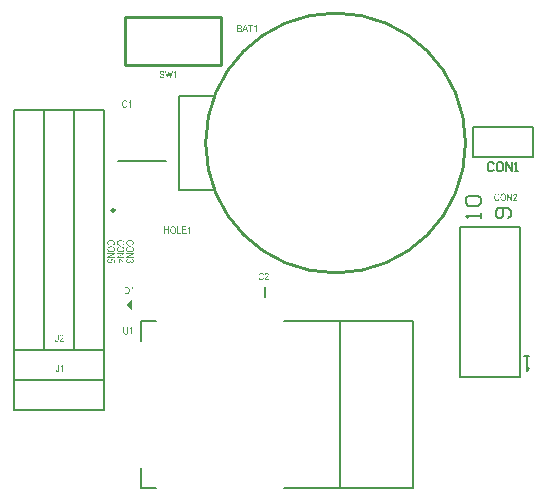
<source format=gto>
G04*
G04 #@! TF.GenerationSoftware,Altium Limited,Altium Designer,21.6.1 (37)*
G04*
G04 Layer_Color=65535*
%FSLAX24Y24*%
%MOIN*%
G70*
G04*
G04 #@! TF.SameCoordinates,F7370176-FC0D-4E3A-AC5E-E6B851427DC4*
G04*
G04*
G04 #@! TF.FilePolarity,Positive*
G04*
G01*
G75*
%ADD10C,0.0100*%
%ADD11C,0.0098*%
%ADD12C,0.0039*%
%ADD13C,0.0079*%
%ADD14C,0.0080*%
%ADD15C,0.0060*%
G36*
X4114Y7126D02*
X4114Y6742D01*
X3922Y6934D01*
X4114Y7126D01*
D02*
G37*
G36*
X16295Y10640D02*
X16297Y10640D01*
X16300Y10639D01*
X16307Y10638D01*
X16315Y10636D01*
X16324Y10633D01*
X16328Y10630D01*
X16332Y10628D01*
X16336Y10625D01*
X16340Y10622D01*
X16341Y10621D01*
X16341Y10621D01*
X16343Y10620D01*
X16344Y10618D01*
X16345Y10616D01*
X16348Y10614D01*
X16350Y10612D01*
X16352Y10608D01*
X16355Y10605D01*
X16357Y10601D01*
X16359Y10596D01*
X16362Y10592D01*
X16364Y10586D01*
X16367Y10581D01*
X16368Y10575D01*
X16370Y10568D01*
X16344Y10561D01*
Y10561D01*
X16343Y10563D01*
X16342Y10565D01*
X16341Y10569D01*
X16339Y10573D01*
X16337Y10577D01*
X16335Y10582D01*
X16332Y10586D01*
X16328Y10591D01*
X16324Y10596D01*
X16320Y10600D01*
X16315Y10604D01*
X16309Y10608D01*
X16303Y10610D01*
X16296Y10612D01*
X16289Y10612D01*
X16286D01*
X16282Y10612D01*
X16277Y10611D01*
X16272Y10610D01*
X16265Y10608D01*
X16260Y10605D01*
X16254Y10602D01*
X16253Y10601D01*
X16251Y10600D01*
X16249Y10597D01*
X16245Y10594D01*
X16241Y10589D01*
X16237Y10584D01*
X16233Y10577D01*
X16230Y10569D01*
Y10569D01*
X16229Y10568D01*
X16229Y10567D01*
X16228Y10565D01*
X16228Y10563D01*
X16227Y10560D01*
X16226Y10557D01*
X16225Y10554D01*
X16225Y10550D01*
X16224Y10546D01*
X16223Y10541D01*
X16222Y10536D01*
X16221Y10525D01*
X16221Y10513D01*
Y10513D01*
Y10511D01*
Y10509D01*
X16221Y10505D01*
X16222Y10501D01*
X16222Y10496D01*
X16222Y10490D01*
X16223Y10485D01*
X16225Y10472D01*
X16229Y10459D01*
X16230Y10453D01*
X16233Y10447D01*
X16236Y10442D01*
X16239Y10437D01*
X16239Y10436D01*
X16240Y10436D01*
X16241Y10435D01*
X16242Y10433D01*
X16244Y10431D01*
X16246Y10429D01*
X16249Y10427D01*
X16252Y10424D01*
X16258Y10419D01*
X16266Y10415D01*
X16271Y10414D01*
X16276Y10412D01*
X16281Y10412D01*
X16287Y10411D01*
X16289D01*
X16290Y10412D01*
X16295Y10412D01*
X16300Y10413D01*
X16305Y10415D01*
X16312Y10418D01*
X16319Y10422D01*
X16322Y10424D01*
X16325Y10427D01*
X16325Y10427D01*
X16325Y10428D01*
X16326Y10429D01*
X16327Y10430D01*
X16329Y10432D01*
X16330Y10434D01*
X16332Y10436D01*
X16333Y10439D01*
X16335Y10442D01*
X16337Y10446D01*
X16339Y10450D01*
X16340Y10454D01*
X16342Y10458D01*
X16344Y10463D01*
X16345Y10469D01*
X16346Y10475D01*
X16374Y10466D01*
Y10466D01*
X16373Y10464D01*
X16372Y10462D01*
X16372Y10459D01*
X16371Y10456D01*
X16370Y10452D01*
X16368Y10447D01*
X16366Y10443D01*
X16362Y10433D01*
X16356Y10422D01*
X16350Y10412D01*
X16346Y10408D01*
X16342Y10404D01*
X16341Y10403D01*
X16341Y10403D01*
X16340Y10402D01*
X16338Y10400D01*
X16336Y10399D01*
X16333Y10397D01*
X16330Y10395D01*
X16327Y10394D01*
X16323Y10392D01*
X16319Y10390D01*
X16309Y10387D01*
X16299Y10384D01*
X16293Y10384D01*
X16287Y10383D01*
X16284D01*
X16283Y10384D01*
X16280D01*
X16277Y10384D01*
X16271Y10385D01*
X16263Y10387D01*
X16255Y10389D01*
X16247Y10392D01*
X16239Y10397D01*
X16238D01*
X16238Y10398D01*
X16237Y10398D01*
X16236Y10399D01*
X16232Y10403D01*
X16227Y10408D01*
X16225Y10411D01*
X16222Y10414D01*
X16219Y10418D01*
X16217Y10422D01*
X16214Y10426D01*
X16211Y10431D01*
X16209Y10436D01*
X16206Y10441D01*
Y10442D01*
X16206Y10443D01*
X16205Y10444D01*
X16204Y10447D01*
X16203Y10450D01*
X16202Y10453D01*
X16201Y10457D01*
X16200Y10462D01*
X16198Y10467D01*
X16197Y10472D01*
X16196Y10478D01*
X16196Y10485D01*
X16194Y10491D01*
X16194Y10498D01*
X16193Y10513D01*
Y10514D01*
Y10515D01*
Y10517D01*
X16194Y10520D01*
Y10524D01*
X16194Y10528D01*
X16194Y10533D01*
X16195Y10537D01*
X16197Y10548D01*
X16199Y10560D01*
X16202Y10572D01*
X16206Y10583D01*
Y10583D01*
X16207Y10584D01*
X16208Y10585D01*
X16208Y10588D01*
X16210Y10590D01*
X16211Y10593D01*
X16215Y10599D01*
X16220Y10606D01*
X16226Y10613D01*
X16233Y10620D01*
X16241Y10626D01*
X16241D01*
X16242Y10626D01*
X16243Y10627D01*
X16245Y10628D01*
X16246Y10629D01*
X16249Y10630D01*
X16252Y10632D01*
X16255Y10633D01*
X16262Y10636D01*
X16271Y10638D01*
X16280Y10640D01*
X16289Y10640D01*
X16292D01*
X16295Y10640D01*
D02*
G37*
G36*
X16789Y10387D02*
X16761D01*
X16654Y10583D01*
Y10387D01*
X16628D01*
Y10636D01*
X16656D01*
X16763Y10440D01*
Y10636D01*
X16789D01*
Y10387D01*
D02*
G37*
G36*
X16897Y10637D02*
X16900Y10636D01*
X16903Y10636D01*
X16910Y10634D01*
X16918Y10632D01*
X16921Y10630D01*
X16925Y10628D01*
X16929Y10626D01*
X16933Y10623D01*
X16936Y10620D01*
X16940Y10616D01*
X16940Y10616D01*
X16940Y10615D01*
X16941Y10614D01*
X16942Y10612D01*
X16943Y10610D01*
X16945Y10608D01*
X16948Y10602D01*
X16951Y10595D01*
X16953Y10587D01*
X16955Y10578D01*
X16956Y10573D01*
Y10568D01*
Y10568D01*
Y10567D01*
Y10566D01*
X16956Y10564D01*
Y10562D01*
X16955Y10559D01*
X16954Y10553D01*
X16953Y10546D01*
X16950Y10539D01*
X16948Y10531D01*
X16943Y10522D01*
Y10522D01*
X16942Y10521D01*
X16942Y10520D01*
X16941Y10518D01*
X16939Y10516D01*
X16937Y10514D01*
X16935Y10511D01*
X16933Y10507D01*
X16930Y10503D01*
X16926Y10499D01*
X16922Y10494D01*
X16918Y10489D01*
X16913Y10483D01*
X16908Y10478D01*
X16902Y10471D01*
X16895Y10464D01*
X16895Y10464D01*
X16894Y10463D01*
X16893Y10462D01*
X16892Y10461D01*
X16888Y10457D01*
X16883Y10452D01*
X16879Y10447D01*
X16874Y10442D01*
X16870Y10437D01*
X16868Y10435D01*
X16867Y10433D01*
X16866Y10433D01*
X16866Y10432D01*
X16865Y10430D01*
X16863Y10428D01*
X16861Y10426D01*
X16859Y10423D01*
X16856Y10417D01*
X16956D01*
Y10387D01*
X16821D01*
Y10388D01*
Y10388D01*
Y10389D01*
Y10391D01*
X16822Y10394D01*
X16822Y10399D01*
X16823Y10405D01*
X16825Y10412D01*
X16828Y10419D01*
X16832Y10427D01*
Y10427D01*
X16833Y10428D01*
X16833Y10429D01*
X16834Y10431D01*
X16835Y10433D01*
X16837Y10436D01*
X16839Y10439D01*
X16841Y10442D01*
X16844Y10446D01*
X16847Y10450D01*
X16850Y10454D01*
X16854Y10458D01*
X16858Y10463D01*
X16863Y10468D01*
X16868Y10474D01*
X16873Y10479D01*
X16874Y10479D01*
X16875Y10481D01*
X16877Y10482D01*
X16879Y10485D01*
X16882Y10488D01*
X16885Y10491D01*
X16889Y10495D01*
X16892Y10499D01*
X16900Y10508D01*
X16908Y10517D01*
X16911Y10521D01*
X16914Y10526D01*
X16917Y10530D01*
X16920Y10533D01*
Y10534D01*
X16920Y10534D01*
X16921Y10535D01*
X16921Y10537D01*
X16923Y10540D01*
X16925Y10545D01*
X16927Y10550D01*
X16929Y10556D01*
X16930Y10563D01*
X16931Y10569D01*
Y10569D01*
Y10570D01*
Y10571D01*
Y10572D01*
X16930Y10576D01*
X16929Y10580D01*
X16928Y10585D01*
X16926Y10590D01*
X16923Y10595D01*
X16920Y10600D01*
X16919Y10600D01*
X16917Y10602D01*
X16915Y10604D01*
X16912Y10606D01*
X16908Y10608D01*
X16903Y10610D01*
X16898Y10612D01*
X16892Y10612D01*
X16891D01*
X16889Y10612D01*
X16886Y10611D01*
X16882Y10610D01*
X16877Y10609D01*
X16872Y10606D01*
X16867Y10603D01*
X16863Y10599D01*
X16863Y10598D01*
X16861Y10596D01*
X16859Y10593D01*
X16858Y10589D01*
X16855Y10584D01*
X16854Y10578D01*
X16852Y10570D01*
X16852Y10562D01*
X16826Y10565D01*
Y10565D01*
Y10566D01*
X16826Y10568D01*
X16827Y10571D01*
X16827Y10574D01*
X16828Y10577D01*
X16829Y10581D01*
X16830Y10585D01*
X16832Y10594D01*
X16835Y10603D01*
X16840Y10611D01*
X16843Y10615D01*
X16846Y10619D01*
X16846Y10619D01*
X16847Y10620D01*
X16848Y10621D01*
X16849Y10622D01*
X16851Y10623D01*
X16853Y10625D01*
X16858Y10628D01*
X16865Y10631D01*
X16873Y10634D01*
X16882Y10636D01*
X16887Y10637D01*
X16892Y10637D01*
X16895D01*
X16897Y10637D01*
D02*
G37*
G36*
X16502Y10640D02*
X16505D01*
X16507Y10640D01*
X16514Y10638D01*
X16522Y10637D01*
X16530Y10634D01*
X16538Y10630D01*
X16547Y10625D01*
X16547D01*
X16548Y10624D01*
X16549Y10624D01*
X16550Y10622D01*
X16554Y10619D01*
X16560Y10614D01*
X16565Y10608D01*
X16571Y10600D01*
X16577Y10591D01*
X16582Y10581D01*
Y10580D01*
X16583Y10579D01*
X16583Y10578D01*
X16584Y10576D01*
X16585Y10573D01*
X16586Y10569D01*
X16588Y10565D01*
X16589Y10561D01*
X16590Y10556D01*
X16591Y10551D01*
X16592Y10545D01*
X16593Y10539D01*
X16594Y10526D01*
X16595Y10511D01*
Y10511D01*
Y10509D01*
Y10506D01*
X16595Y10502D01*
X16594Y10498D01*
X16594Y10492D01*
X16593Y10486D01*
X16592Y10479D01*
X16591Y10473D01*
X16589Y10465D01*
X16587Y10458D01*
X16585Y10450D01*
X16582Y10443D01*
X16578Y10435D01*
X16574Y10428D01*
X16570Y10422D01*
X16570Y10421D01*
X16569Y10420D01*
X16567Y10418D01*
X16565Y10416D01*
X16562Y10413D01*
X16559Y10410D01*
X16555Y10406D01*
X16551Y10403D01*
X16546Y10399D01*
X16540Y10395D01*
X16534Y10392D01*
X16528Y10389D01*
X16521Y10387D01*
X16514Y10385D01*
X16506Y10384D01*
X16498Y10383D01*
X16496D01*
X16493Y10384D01*
X16490Y10384D01*
X16486Y10384D01*
X16482Y10386D01*
X16477Y10387D01*
X16472Y10388D01*
X16466Y10390D01*
X16460Y10393D01*
X16454Y10396D01*
X16448Y10400D01*
X16442Y10404D01*
X16436Y10410D01*
X16430Y10415D01*
X16425Y10422D01*
X16424Y10423D01*
X16424Y10424D01*
X16423Y10426D01*
X16421Y10429D01*
X16419Y10432D01*
X16417Y10436D01*
X16415Y10441D01*
X16412Y10446D01*
X16410Y10452D01*
X16408Y10459D01*
X16406Y10466D01*
X16404Y10474D01*
X16402Y10482D01*
X16401Y10490D01*
X16400Y10499D01*
X16400Y10508D01*
Y10509D01*
Y10509D01*
Y10511D01*
X16400Y10514D01*
Y10519D01*
X16401Y10524D01*
X16402Y10530D01*
X16402Y10537D01*
X16404Y10544D01*
X16405Y10552D01*
X16407Y10560D01*
X16409Y10568D01*
X16412Y10576D01*
X16415Y10584D01*
X16419Y10592D01*
X16423Y10600D01*
X16428Y10606D01*
X16428Y10606D01*
X16429Y10608D01*
X16431Y10609D01*
X16433Y10612D01*
X16435Y10614D01*
X16439Y10617D01*
X16443Y10620D01*
X16447Y10623D01*
X16452Y10626D01*
X16457Y10629D01*
X16463Y10632D01*
X16469Y10635D01*
X16476Y10637D01*
X16483Y10639D01*
X16490Y10640D01*
X16498Y10640D01*
X16500D01*
X16502Y10640D01*
D02*
G37*
G36*
X8272Y16017D02*
X8247D01*
Y16212D01*
X8247Y16211D01*
X8246Y16210D01*
X8243Y16208D01*
X8241Y16205D01*
X8238Y16202D01*
X8234Y16199D01*
X8229Y16195D01*
X8224Y16191D01*
X8223Y16190D01*
X8221Y16189D01*
X8219Y16187D01*
X8215Y16185D01*
X8211Y16182D01*
X8206Y16180D01*
X8202Y16177D01*
X8197Y16175D01*
Y16204D01*
X8198D01*
X8198Y16205D01*
X8199Y16205D01*
X8200Y16207D01*
X8204Y16209D01*
X8209Y16212D01*
X8215Y16216D01*
X8221Y16221D01*
X8227Y16227D01*
X8233Y16233D01*
X8234Y16233D01*
X8234Y16234D01*
X8236Y16236D01*
X8239Y16239D01*
X8242Y16244D01*
X8246Y16249D01*
X8249Y16255D01*
X8253Y16260D01*
X8255Y16267D01*
X8272D01*
Y16017D01*
D02*
G37*
G36*
X8161Y16236D02*
X8094D01*
Y16017D01*
X8067D01*
Y16236D01*
X8000D01*
Y16265D01*
X8161D01*
Y16236D01*
D02*
G37*
G36*
X7993Y16017D02*
X7962D01*
X7939Y16092D01*
X7852D01*
X7830Y16017D01*
X7802D01*
X7881Y16265D01*
X7910D01*
X7993Y16017D01*
D02*
G37*
G36*
X7718Y16265D02*
X7724Y16265D01*
X7729Y16264D01*
X7736Y16263D01*
X7741Y16261D01*
X7747Y16258D01*
X7748Y16258D01*
X7749Y16257D01*
X7752Y16255D01*
X7755Y16253D01*
X7759Y16249D01*
X7762Y16245D01*
X7766Y16241D01*
X7769Y16236D01*
X7770Y16235D01*
X7771Y16233D01*
X7772Y16230D01*
X7774Y16226D01*
X7775Y16221D01*
X7777Y16215D01*
X7778Y16209D01*
X7778Y16202D01*
Y16201D01*
Y16201D01*
Y16199D01*
X7778Y16196D01*
X7777Y16192D01*
X7776Y16187D01*
X7775Y16181D01*
X7773Y16176D01*
X7771Y16171D01*
X7770Y16170D01*
X7769Y16169D01*
X7768Y16166D01*
X7765Y16163D01*
X7762Y16160D01*
X7759Y16156D01*
X7754Y16152D01*
X7749Y16149D01*
X7750D01*
X7750Y16149D01*
X7752Y16148D01*
X7756Y16146D01*
X7760Y16144D01*
X7764Y16141D01*
X7769Y16137D01*
X7773Y16132D01*
X7777Y16127D01*
X7778Y16126D01*
X7779Y16124D01*
X7781Y16121D01*
X7783Y16116D01*
X7784Y16111D01*
X7786Y16104D01*
X7787Y16097D01*
X7788Y16089D01*
Y16089D01*
Y16088D01*
Y16087D01*
Y16085D01*
X7787Y16083D01*
Y16081D01*
X7787Y16075D01*
X7786Y16069D01*
X7784Y16063D01*
X7781Y16056D01*
X7778Y16049D01*
Y16049D01*
X7778Y16049D01*
X7776Y16046D01*
X7775Y16043D01*
X7772Y16040D01*
X7768Y16036D01*
X7764Y16032D01*
X7759Y16028D01*
X7753Y16025D01*
X7753Y16024D01*
X7751Y16023D01*
X7747Y16022D01*
X7743Y16021D01*
X7736Y16019D01*
X7729Y16018D01*
X7721Y16017D01*
X7711Y16017D01*
X7634D01*
Y16265D01*
X7714D01*
X7718Y16265D01*
D02*
G37*
G36*
X5125Y14734D02*
X5127D01*
X5133Y14734D01*
X5139Y14733D01*
X5145Y14731D01*
X5152Y14729D01*
X5159Y14726D01*
X5159D01*
X5160Y14725D01*
X5162Y14724D01*
X5165Y14722D01*
X5169Y14719D01*
X5173Y14715D01*
X5177Y14711D01*
X5181Y14706D01*
X5185Y14700D01*
Y14699D01*
X5186Y14699D01*
X5187Y14697D01*
X5188Y14693D01*
X5190Y14689D01*
X5192Y14683D01*
X5194Y14676D01*
X5195Y14669D01*
X5196Y14661D01*
X5170Y14658D01*
Y14658D01*
Y14659D01*
X5169Y14660D01*
Y14662D01*
X5168Y14666D01*
X5167Y14671D01*
X5165Y14677D01*
X5162Y14683D01*
X5159Y14689D01*
X5155Y14694D01*
X5154Y14694D01*
X5153Y14695D01*
X5150Y14697D01*
X5146Y14700D01*
X5141Y14702D01*
X5135Y14704D01*
X5128Y14705D01*
X5120Y14706D01*
X5116D01*
X5112Y14705D01*
X5107Y14704D01*
X5101Y14703D01*
X5095Y14701D01*
X5090Y14699D01*
X5085Y14695D01*
X5085Y14695D01*
X5083Y14693D01*
X5081Y14691D01*
X5079Y14688D01*
X5077Y14684D01*
X5075Y14680D01*
X5073Y14675D01*
X5073Y14669D01*
Y14668D01*
Y14666D01*
X5073Y14664D01*
X5074Y14661D01*
X5075Y14657D01*
X5077Y14653D01*
X5079Y14649D01*
X5082Y14646D01*
X5082Y14645D01*
X5083Y14644D01*
X5086Y14643D01*
X5090Y14641D01*
X5092Y14639D01*
X5095Y14638D01*
X5098Y14637D01*
X5102Y14635D01*
X5106Y14634D01*
X5111Y14632D01*
X5116Y14630D01*
X5121Y14629D01*
X5122D01*
X5123Y14628D01*
X5124Y14628D01*
X5126Y14627D01*
X5129Y14627D01*
X5131Y14626D01*
X5138Y14624D01*
X5145Y14622D01*
X5152Y14619D01*
X5158Y14617D01*
X5161Y14615D01*
X5164Y14614D01*
X5164D01*
X5165Y14614D01*
X5167Y14612D01*
X5170Y14611D01*
X5174Y14608D01*
X5179Y14604D01*
X5184Y14600D01*
X5188Y14595D01*
X5192Y14589D01*
X5192Y14588D01*
X5193Y14587D01*
X5195Y14583D01*
X5197Y14579D01*
X5198Y14574D01*
X5200Y14567D01*
X5201Y14560D01*
X5202Y14552D01*
Y14552D01*
Y14551D01*
Y14550D01*
Y14549D01*
X5201Y14545D01*
X5201Y14540D01*
X5199Y14533D01*
X5197Y14527D01*
X5195Y14520D01*
X5192Y14513D01*
Y14513D01*
X5191Y14513D01*
X5190Y14511D01*
X5188Y14508D01*
X5185Y14504D01*
X5181Y14499D01*
X5176Y14495D01*
X5170Y14491D01*
X5164Y14487D01*
X5164D01*
X5164Y14487D01*
X5162Y14486D01*
X5161Y14485D01*
X5158Y14484D01*
X5153Y14483D01*
X5147Y14481D01*
X5140Y14479D01*
X5131Y14478D01*
X5123Y14478D01*
X5119D01*
X5117Y14478D01*
X5113Y14479D01*
X5110Y14479D01*
X5106Y14480D01*
X5101Y14481D01*
X5091Y14483D01*
X5086Y14485D01*
X5081Y14487D01*
X5076Y14490D01*
X5071Y14493D01*
X5067Y14496D01*
X5062Y14500D01*
X5062Y14501D01*
X5061Y14501D01*
X5060Y14503D01*
X5059Y14505D01*
X5057Y14507D01*
X5055Y14510D01*
X5053Y14513D01*
X5051Y14517D01*
X5049Y14521D01*
X5047Y14525D01*
X5045Y14531D01*
X5043Y14536D01*
X5042Y14542D01*
X5041Y14548D01*
X5040Y14555D01*
X5039Y14562D01*
X5065Y14565D01*
Y14564D01*
Y14564D01*
X5065Y14563D01*
Y14562D01*
X5066Y14558D01*
X5066Y14553D01*
X5067Y14548D01*
X5069Y14543D01*
X5071Y14538D01*
X5074Y14533D01*
X5074Y14532D01*
X5075Y14531D01*
X5077Y14529D01*
X5079Y14526D01*
X5082Y14523D01*
X5086Y14520D01*
X5090Y14517D01*
X5094Y14515D01*
X5095Y14514D01*
X5097Y14513D01*
X5099Y14512D01*
X5103Y14511D01*
X5108Y14510D01*
X5113Y14509D01*
X5118Y14508D01*
X5125Y14508D01*
X5127D01*
X5129Y14508D01*
X5133Y14508D01*
X5138Y14509D01*
X5144Y14511D01*
X5150Y14513D01*
X5157Y14515D01*
X5162Y14519D01*
X5163Y14520D01*
X5164Y14521D01*
X5166Y14524D01*
X5169Y14527D01*
X5171Y14532D01*
X5173Y14537D01*
X5175Y14543D01*
X5176Y14550D01*
Y14550D01*
Y14551D01*
X5175Y14554D01*
X5175Y14556D01*
X5174Y14559D01*
X5173Y14562D01*
X5172Y14565D01*
X5170Y14568D01*
X5170Y14569D01*
X5170Y14570D01*
X5168Y14571D01*
X5167Y14573D01*
X5165Y14575D01*
X5162Y14578D01*
X5160Y14580D01*
X5156Y14582D01*
X5156Y14582D01*
X5154Y14583D01*
X5151Y14584D01*
X5149Y14585D01*
X5147Y14586D01*
X5144Y14587D01*
X5141Y14588D01*
X5138Y14589D01*
X5134Y14591D01*
X5130Y14592D01*
X5125Y14594D01*
X5119Y14595D01*
X5114Y14597D01*
X5113D01*
X5113Y14597D01*
X5111Y14598D01*
X5109Y14598D01*
X5107Y14599D01*
X5104Y14600D01*
X5098Y14602D01*
X5091Y14605D01*
X5084Y14608D01*
X5078Y14611D01*
X5075Y14612D01*
X5073Y14614D01*
X5072Y14614D01*
X5071Y14615D01*
X5069Y14618D01*
X5066Y14620D01*
X5063Y14623D01*
X5059Y14627D01*
X5057Y14631D01*
X5054Y14636D01*
X5053Y14637D01*
X5053Y14638D01*
X5051Y14641D01*
X5050Y14645D01*
X5049Y14649D01*
X5048Y14654D01*
X5047Y14660D01*
X5047Y14666D01*
Y14667D01*
Y14668D01*
Y14669D01*
X5047Y14671D01*
X5048Y14674D01*
X5048Y14677D01*
X5050Y14684D01*
X5052Y14691D01*
X5055Y14700D01*
X5057Y14704D01*
X5060Y14708D01*
X5063Y14712D01*
X5066Y14715D01*
X5067Y14716D01*
X5067Y14716D01*
X5069Y14717D01*
X5070Y14718D01*
X5072Y14720D01*
X5074Y14722D01*
X5077Y14724D01*
X5080Y14725D01*
X5084Y14727D01*
X5088Y14729D01*
X5092Y14730D01*
X5097Y14732D01*
X5107Y14734D01*
X5113Y14734D01*
X5119Y14735D01*
X5123D01*
X5125Y14734D01*
D02*
G37*
G36*
X5427Y14482D02*
X5401D01*
X5358Y14671D01*
X5351Y14700D01*
Y14699D01*
X5351Y14697D01*
X5350Y14694D01*
X5349Y14690D01*
X5348Y14686D01*
X5347Y14681D01*
X5345Y14671D01*
X5301Y14482D01*
X5275D01*
X5221Y14730D01*
X5248D01*
X5279Y14567D01*
Y14567D01*
X5279Y14566D01*
Y14565D01*
X5280Y14563D01*
X5280Y14561D01*
X5281Y14558D01*
X5281Y14555D01*
X5282Y14552D01*
X5283Y14544D01*
X5285Y14535D01*
X5286Y14526D01*
X5288Y14516D01*
X5297Y14562D01*
X5336Y14730D01*
X5368D01*
X5397Y14604D01*
Y14604D01*
X5398Y14602D01*
X5398Y14600D01*
X5399Y14597D01*
X5400Y14592D01*
X5401Y14588D01*
X5402Y14582D01*
X5403Y14576D01*
X5405Y14570D01*
X5406Y14563D01*
X5409Y14548D01*
X5411Y14532D01*
X5413Y14516D01*
Y14517D01*
X5414Y14517D01*
Y14519D01*
X5414Y14521D01*
X5414Y14523D01*
X5415Y14526D01*
X5415Y14529D01*
X5416Y14532D01*
X5418Y14540D01*
X5419Y14550D01*
X5421Y14560D01*
X5423Y14571D01*
X5455Y14730D01*
X5483D01*
X5427Y14482D01*
D02*
G37*
G36*
X5591D02*
X5566D01*
Y14677D01*
X5565Y14676D01*
X5564Y14675D01*
X5562Y14673D01*
X5560Y14670D01*
X5556Y14667D01*
X5552Y14663D01*
X5548Y14659D01*
X5542Y14655D01*
X5542Y14655D01*
X5540Y14654D01*
X5537Y14652D01*
X5534Y14650D01*
X5530Y14647D01*
X5525Y14645D01*
X5521Y14642D01*
X5516Y14640D01*
Y14669D01*
X5516D01*
X5517Y14670D01*
X5518Y14670D01*
X5519Y14671D01*
X5523Y14674D01*
X5528Y14677D01*
X5534Y14681D01*
X5540Y14686D01*
X5546Y14692D01*
X5552Y14698D01*
X5552Y14698D01*
X5553Y14699D01*
X5554Y14701D01*
X5557Y14704D01*
X5561Y14709D01*
X5564Y14714D01*
X5568Y14720D01*
X5572Y14725D01*
X5574Y14732D01*
X5591D01*
Y14482D01*
D02*
G37*
G36*
X3890Y13750D02*
X3892Y13750D01*
X3895Y13749D01*
X3902Y13748D01*
X3910Y13746D01*
X3919Y13743D01*
X3923Y13741D01*
X3927Y13738D01*
X3931Y13735D01*
X3935Y13732D01*
X3936Y13732D01*
X3936Y13731D01*
X3938Y13730D01*
X3939Y13729D01*
X3940Y13727D01*
X3943Y13724D01*
X3945Y13722D01*
X3947Y13719D01*
X3950Y13715D01*
X3952Y13711D01*
X3954Y13706D01*
X3957Y13702D01*
X3959Y13697D01*
X3962Y13691D01*
X3963Y13685D01*
X3965Y13678D01*
X3939Y13671D01*
Y13672D01*
X3938Y13673D01*
X3937Y13676D01*
X3936Y13679D01*
X3934Y13683D01*
X3932Y13687D01*
X3930Y13692D01*
X3927Y13697D01*
X3923Y13701D01*
X3919Y13706D01*
X3915Y13711D01*
X3910Y13714D01*
X3904Y13718D01*
X3898Y13720D01*
X3891Y13722D01*
X3884Y13723D01*
X3881D01*
X3877Y13722D01*
X3872Y13721D01*
X3867Y13720D01*
X3860Y13718D01*
X3855Y13716D01*
X3849Y13712D01*
X3848Y13712D01*
X3846Y13710D01*
X3844Y13708D01*
X3840Y13704D01*
X3836Y13699D01*
X3832Y13694D01*
X3828Y13687D01*
X3825Y13679D01*
Y13679D01*
X3824Y13678D01*
X3824Y13677D01*
X3823Y13675D01*
X3823Y13673D01*
X3822Y13670D01*
X3821Y13668D01*
X3820Y13664D01*
X3820Y13660D01*
X3819Y13656D01*
X3818Y13652D01*
X3817Y13646D01*
X3816Y13636D01*
X3816Y13623D01*
Y13623D01*
Y13621D01*
Y13619D01*
X3816Y13615D01*
X3817Y13611D01*
X3817Y13606D01*
X3817Y13601D01*
X3818Y13595D01*
X3820Y13582D01*
X3824Y13570D01*
X3825Y13563D01*
X3828Y13558D01*
X3831Y13552D01*
X3834Y13547D01*
X3834Y13547D01*
X3835Y13546D01*
X3836Y13545D01*
X3837Y13543D01*
X3839Y13541D01*
X3841Y13539D01*
X3844Y13537D01*
X3847Y13534D01*
X3853Y13530D01*
X3861Y13526D01*
X3866Y13524D01*
X3871Y13523D01*
X3876Y13522D01*
X3882Y13522D01*
X3884D01*
X3885Y13522D01*
X3890Y13522D01*
X3895Y13523D01*
X3900Y13526D01*
X3907Y13528D01*
X3914Y13532D01*
X3917Y13534D01*
X3920Y13537D01*
X3920Y13538D01*
X3920Y13538D01*
X3921Y13539D01*
X3922Y13540D01*
X3924Y13542D01*
X3925Y13544D01*
X3927Y13546D01*
X3928Y13549D01*
X3930Y13552D01*
X3932Y13556D01*
X3934Y13560D01*
X3935Y13564D01*
X3937Y13569D01*
X3939Y13574D01*
X3940Y13579D01*
X3941Y13585D01*
X3968Y13577D01*
Y13576D01*
X3968Y13575D01*
X3967Y13573D01*
X3967Y13570D01*
X3966Y13566D01*
X3964Y13562D01*
X3963Y13558D01*
X3961Y13553D01*
X3957Y13543D01*
X3951Y13533D01*
X3945Y13523D01*
X3941Y13518D01*
X3937Y13514D01*
X3936Y13514D01*
X3936Y13513D01*
X3935Y13512D01*
X3933Y13511D01*
X3931Y13509D01*
X3928Y13507D01*
X3925Y13506D01*
X3922Y13504D01*
X3918Y13502D01*
X3914Y13500D01*
X3904Y13497D01*
X3894Y13494D01*
X3888Y13494D01*
X3882Y13494D01*
X3879D01*
X3877Y13494D01*
X3875D01*
X3872Y13494D01*
X3865Y13495D01*
X3858Y13497D01*
X3850Y13499D01*
X3842Y13503D01*
X3834Y13507D01*
X3833D01*
X3833Y13508D01*
X3832Y13508D01*
X3831Y13510D01*
X3827Y13513D01*
X3822Y13518D01*
X3820Y13521D01*
X3817Y13524D01*
X3814Y13528D01*
X3812Y13532D01*
X3809Y13536D01*
X3806Y13541D01*
X3804Y13546D01*
X3801Y13551D01*
Y13552D01*
X3801Y13553D01*
X3800Y13555D01*
X3799Y13557D01*
X3798Y13560D01*
X3797Y13563D01*
X3796Y13567D01*
X3795Y13572D01*
X3793Y13577D01*
X3792Y13582D01*
X3791Y13589D01*
X3790Y13595D01*
X3789Y13601D01*
X3789Y13609D01*
X3788Y13623D01*
Y13624D01*
Y13625D01*
Y13628D01*
X3789Y13630D01*
Y13634D01*
X3789Y13638D01*
X3789Y13643D01*
X3790Y13648D01*
X3792Y13658D01*
X3794Y13670D01*
X3797Y13682D01*
X3801Y13693D01*
Y13693D01*
X3802Y13694D01*
X3803Y13696D01*
X3803Y13698D01*
X3805Y13700D01*
X3806Y13703D01*
X3810Y13709D01*
X3815Y13716D01*
X3821Y13723D01*
X3828Y13730D01*
X3836Y13736D01*
X3836D01*
X3837Y13737D01*
X3838Y13737D01*
X3840Y13738D01*
X3841Y13739D01*
X3844Y13741D01*
X3847Y13742D01*
X3850Y13743D01*
X3857Y13746D01*
X3865Y13748D01*
X3875Y13750D01*
X3884Y13751D01*
X3887D01*
X3890Y13750D01*
D02*
G37*
G36*
X4086Y13498D02*
X4061D01*
Y13692D01*
X4061Y13692D01*
X4059Y13690D01*
X4057Y13689D01*
X4055Y13686D01*
X4051Y13683D01*
X4047Y13679D01*
X4043Y13675D01*
X4038Y13671D01*
X4037Y13671D01*
X4035Y13669D01*
X4033Y13668D01*
X4029Y13665D01*
X4025Y13663D01*
X4020Y13660D01*
X4016Y13658D01*
X4011Y13656D01*
Y13685D01*
X4011D01*
X4012Y13685D01*
X4013Y13686D01*
X4014Y13687D01*
X4018Y13690D01*
X4023Y13693D01*
X4029Y13697D01*
X4035Y13702D01*
X4041Y13708D01*
X4047Y13714D01*
X4047Y13714D01*
X4048Y13714D01*
X4050Y13717D01*
X4053Y13720D01*
X4056Y13724D01*
X4059Y13729D01*
X4063Y13735D01*
X4067Y13741D01*
X4069Y13747D01*
X4086D01*
Y13498D01*
D02*
G37*
G36*
X8437Y8002D02*
X8440Y8002D01*
X8443Y8001D01*
X8450Y8000D01*
X8458Y7998D01*
X8466Y7995D01*
X8471Y7993D01*
X8475Y7990D01*
X8479Y7987D01*
X8483Y7984D01*
X8484Y7984D01*
X8484Y7983D01*
X8485Y7982D01*
X8486Y7981D01*
X8488Y7978D01*
X8490Y7976D01*
X8493Y7974D01*
X8495Y7970D01*
X8497Y7967D01*
X8500Y7963D01*
X8502Y7958D01*
X8505Y7954D01*
X8507Y7949D01*
X8509Y7943D01*
X8511Y7937D01*
X8513Y7930D01*
X8486Y7923D01*
Y7924D01*
X8486Y7925D01*
X8485Y7928D01*
X8484Y7931D01*
X8482Y7935D01*
X8480Y7939D01*
X8477Y7944D01*
X8474Y7949D01*
X8471Y7953D01*
X8467Y7958D01*
X8462Y7962D01*
X8458Y7966D01*
X8452Y7970D01*
X8446Y7972D01*
X8439Y7974D01*
X8432Y7974D01*
X8429D01*
X8425Y7974D01*
X8420Y7973D01*
X8414Y7972D01*
X8408Y7970D01*
X8402Y7968D01*
X8397Y7964D01*
X8396Y7964D01*
X8394Y7962D01*
X8391Y7960D01*
X8388Y7956D01*
X8384Y7951D01*
X8380Y7946D01*
X8376Y7939D01*
X8373Y7931D01*
Y7931D01*
X8372Y7930D01*
X8372Y7929D01*
X8371Y7927D01*
X8370Y7925D01*
X8370Y7922D01*
X8369Y7920D01*
X8368Y7916D01*
X8367Y7912D01*
X8367Y7908D01*
X8366Y7904D01*
X8365Y7898D01*
X8364Y7887D01*
X8364Y7875D01*
Y7875D01*
Y7873D01*
Y7871D01*
X8364Y7867D01*
X8365Y7863D01*
X8365Y7858D01*
X8365Y7853D01*
X8366Y7847D01*
X8368Y7834D01*
X8371Y7822D01*
X8373Y7815D01*
X8376Y7810D01*
X8378Y7804D01*
X8382Y7799D01*
X8382Y7799D01*
X8382Y7798D01*
X8383Y7797D01*
X8385Y7795D01*
X8387Y7793D01*
X8389Y7791D01*
X8391Y7789D01*
X8394Y7786D01*
X8401Y7782D01*
X8409Y7778D01*
X8414Y7776D01*
X8419Y7775D01*
X8424Y7774D01*
X8429Y7774D01*
X8432D01*
X8433Y7774D01*
X8437Y7774D01*
X8442Y7775D01*
X8448Y7778D01*
X8455Y7780D01*
X8461Y7784D01*
X8465Y7786D01*
X8468Y7789D01*
X8468Y7790D01*
X8468Y7790D01*
X8469Y7791D01*
X8470Y7792D01*
X8472Y7794D01*
X8473Y7796D01*
X8474Y7798D01*
X8476Y7801D01*
X8478Y7804D01*
X8480Y7808D01*
X8482Y7812D01*
X8483Y7816D01*
X8485Y7821D01*
X8486Y7826D01*
X8488Y7831D01*
X8489Y7837D01*
X8516Y7829D01*
Y7828D01*
X8516Y7827D01*
X8515Y7825D01*
X8514Y7822D01*
X8513Y7818D01*
X8512Y7814D01*
X8511Y7810D01*
X8509Y7805D01*
X8505Y7795D01*
X8499Y7784D01*
X8493Y7775D01*
X8489Y7770D01*
X8485Y7766D01*
X8484Y7766D01*
X8484Y7765D01*
X8482Y7764D01*
X8481Y7763D01*
X8478Y7761D01*
X8476Y7759D01*
X8473Y7758D01*
X8469Y7756D01*
X8466Y7754D01*
X8461Y7752D01*
X8452Y7749D01*
X8442Y7746D01*
X8436Y7746D01*
X8430Y7746D01*
X8427D01*
X8425Y7746D01*
X8423D01*
X8420Y7746D01*
X8413Y7747D01*
X8406Y7749D01*
X8398Y7751D01*
X8390Y7755D01*
X8382Y7759D01*
X8381D01*
X8381Y7760D01*
X8380Y7760D01*
X8378Y7762D01*
X8375Y7765D01*
X8370Y7770D01*
X8367Y7773D01*
X8365Y7776D01*
X8362Y7780D01*
X8359Y7784D01*
X8357Y7788D01*
X8354Y7793D01*
X8351Y7798D01*
X8349Y7803D01*
Y7804D01*
X8349Y7805D01*
X8348Y7807D01*
X8347Y7809D01*
X8346Y7812D01*
X8345Y7815D01*
X8344Y7819D01*
X8343Y7824D01*
X8341Y7829D01*
X8340Y7834D01*
X8339Y7841D01*
X8338Y7847D01*
X8337Y7853D01*
X8337Y7861D01*
X8336Y7875D01*
Y7876D01*
Y7877D01*
Y7879D01*
X8336Y7882D01*
Y7886D01*
X8337Y7890D01*
X8337Y7895D01*
X8338Y7900D01*
X8339Y7910D01*
X8342Y7922D01*
X8345Y7934D01*
X8349Y7945D01*
Y7945D01*
X8350Y7946D01*
X8350Y7948D01*
X8351Y7950D01*
X8353Y7952D01*
X8354Y7955D01*
X8358Y7961D01*
X8363Y7968D01*
X8369Y7975D01*
X8376Y7982D01*
X8383Y7988D01*
X8384D01*
X8385Y7989D01*
X8386Y7989D01*
X8387Y7990D01*
X8389Y7991D01*
X8392Y7993D01*
X8395Y7994D01*
X8398Y7995D01*
X8405Y7998D01*
X8413Y8000D01*
X8422Y8002D01*
X8432Y8003D01*
X8435D01*
X8437Y8002D01*
D02*
G37*
G36*
X8613Y7999D02*
X8615Y7998D01*
X8619Y7998D01*
X8626Y7997D01*
X8633Y7994D01*
X8637Y7992D01*
X8641Y7990D01*
X8645Y7988D01*
X8648Y7985D01*
X8652Y7982D01*
X8655Y7978D01*
X8655Y7978D01*
X8656Y7977D01*
X8656Y7976D01*
X8658Y7974D01*
X8659Y7972D01*
X8660Y7970D01*
X8663Y7964D01*
X8666Y7957D01*
X8669Y7949D01*
X8671Y7940D01*
X8671Y7935D01*
Y7930D01*
Y7930D01*
Y7929D01*
Y7928D01*
X8671Y7926D01*
Y7924D01*
X8671Y7921D01*
X8670Y7916D01*
X8668Y7909D01*
X8666Y7901D01*
X8663Y7893D01*
X8659Y7885D01*
Y7884D01*
X8658Y7883D01*
X8657Y7882D01*
X8656Y7881D01*
X8655Y7878D01*
X8653Y7876D01*
X8651Y7873D01*
X8648Y7869D01*
X8645Y7865D01*
X8642Y7861D01*
X8638Y7856D01*
X8633Y7851D01*
X8628Y7846D01*
X8623Y7840D01*
X8617Y7833D01*
X8611Y7827D01*
X8611Y7826D01*
X8610Y7826D01*
X8609Y7825D01*
X8607Y7823D01*
X8604Y7819D01*
X8599Y7814D01*
X8594Y7809D01*
X8589Y7804D01*
X8585Y7799D01*
X8584Y7797D01*
X8582Y7795D01*
X8582Y7795D01*
X8581Y7794D01*
X8580Y7792D01*
X8579Y7790D01*
X8577Y7788D01*
X8575Y7785D01*
X8572Y7779D01*
X8672D01*
Y7750D01*
X8537D01*
Y7750D01*
Y7750D01*
Y7751D01*
Y7753D01*
X8537Y7756D01*
X8538Y7761D01*
X8539Y7767D01*
X8541Y7774D01*
X8544Y7781D01*
X8547Y7789D01*
Y7790D01*
X8548Y7790D01*
X8548Y7791D01*
X8549Y7793D01*
X8551Y7795D01*
X8552Y7798D01*
X8555Y7801D01*
X8557Y7804D01*
X8559Y7808D01*
X8562Y7812D01*
X8566Y7816D01*
X8569Y7821D01*
X8574Y7825D01*
X8578Y7830D01*
X8583Y7836D01*
X8589Y7841D01*
X8589Y7842D01*
X8590Y7843D01*
X8592Y7845D01*
X8595Y7847D01*
X8597Y7850D01*
X8600Y7853D01*
X8604Y7857D01*
X8608Y7861D01*
X8616Y7870D01*
X8623Y7879D01*
X8627Y7883D01*
X8630Y7888D01*
X8633Y7892D01*
X8635Y7895D01*
Y7896D01*
X8635Y7896D01*
X8636Y7897D01*
X8637Y7899D01*
X8639Y7902D01*
X8641Y7907D01*
X8643Y7913D01*
X8644Y7918D01*
X8646Y7925D01*
X8646Y7931D01*
Y7932D01*
Y7932D01*
Y7933D01*
Y7934D01*
X8646Y7938D01*
X8645Y7942D01*
X8643Y7947D01*
X8642Y7952D01*
X8639Y7957D01*
X8635Y7962D01*
X8635Y7962D01*
X8633Y7964D01*
X8631Y7966D01*
X8627Y7968D01*
X8623Y7970D01*
X8619Y7972D01*
X8613Y7974D01*
X8607Y7974D01*
X8607D01*
X8604Y7974D01*
X8601Y7973D01*
X8597Y7973D01*
X8593Y7971D01*
X8588Y7969D01*
X8583Y7965D01*
X8579Y7961D01*
X8578Y7960D01*
X8577Y7958D01*
X8575Y7956D01*
X8573Y7952D01*
X8571Y7946D01*
X8569Y7940D01*
X8568Y7932D01*
X8567Y7924D01*
X8541Y7927D01*
Y7928D01*
Y7929D01*
X8542Y7930D01*
X8542Y7933D01*
X8543Y7936D01*
X8543Y7940D01*
X8544Y7943D01*
X8545Y7947D01*
X8548Y7956D01*
X8551Y7965D01*
X8556Y7973D01*
X8559Y7977D01*
X8561Y7981D01*
X8562Y7981D01*
X8562Y7982D01*
X8563Y7983D01*
X8565Y7984D01*
X8567Y7985D01*
X8569Y7987D01*
X8574Y7990D01*
X8581Y7993D01*
X8588Y7996D01*
X8597Y7998D01*
X8603Y7999D01*
X8608Y7999D01*
X8611D01*
X8613Y7999D01*
D02*
G37*
G36*
X3992Y6045D02*
Y6045D01*
Y6044D01*
Y6041D01*
Y6039D01*
X3991Y6036D01*
Y6032D01*
X3991Y6028D01*
Y6024D01*
X3990Y6015D01*
X3989Y6005D01*
X3987Y5995D01*
X3984Y5986D01*
Y5985D01*
X3984Y5985D01*
X3984Y5983D01*
X3983Y5982D01*
X3981Y5978D01*
X3979Y5973D01*
X3975Y5967D01*
X3971Y5961D01*
X3965Y5955D01*
X3959Y5949D01*
X3959D01*
X3958Y5949D01*
X3957Y5948D01*
X3956Y5947D01*
X3954Y5946D01*
X3952Y5945D01*
X3946Y5943D01*
X3939Y5940D01*
X3931Y5938D01*
X3922Y5937D01*
X3912Y5936D01*
X3908D01*
X3905Y5936D01*
X3902Y5937D01*
X3898Y5938D01*
X3894Y5938D01*
X3889Y5939D01*
X3880Y5942D01*
X3874Y5944D01*
X3869Y5946D01*
X3865Y5949D01*
X3860Y5952D01*
X3856Y5956D01*
X3852Y5960D01*
X3851Y5961D01*
X3851Y5961D01*
X3850Y5963D01*
X3849Y5965D01*
X3847Y5967D01*
X3845Y5971D01*
X3844Y5975D01*
X3842Y5980D01*
X3840Y5985D01*
X3838Y5991D01*
X3837Y5998D01*
X3835Y6006D01*
X3834Y6015D01*
X3833Y6024D01*
X3832Y6034D01*
X3832Y6045D01*
Y6189D01*
X3859D01*
Y6045D01*
Y6045D01*
Y6044D01*
Y6042D01*
Y6040D01*
Y6037D01*
X3859Y6034D01*
X3860Y6027D01*
X3860Y6019D01*
X3861Y6011D01*
X3862Y6003D01*
X3863Y5999D01*
X3864Y5997D01*
X3864Y5996D01*
X3865Y5994D01*
X3866Y5991D01*
X3868Y5988D01*
X3870Y5985D01*
X3873Y5981D01*
X3877Y5977D01*
X3881Y5974D01*
X3882Y5973D01*
X3883Y5973D01*
X3886Y5971D01*
X3889Y5970D01*
X3893Y5969D01*
X3898Y5967D01*
X3904Y5966D01*
X3910Y5966D01*
X3913D01*
X3915Y5966D01*
X3917D01*
X3920Y5967D01*
X3926Y5968D01*
X3933Y5970D01*
X3940Y5973D01*
X3946Y5977D01*
X3949Y5979D01*
X3952Y5982D01*
Y5982D01*
X3952Y5983D01*
X3953Y5984D01*
X3954Y5985D01*
X3955Y5987D01*
X3956Y5990D01*
X3957Y5993D01*
X3958Y5996D01*
X3959Y6000D01*
X3961Y6005D01*
X3962Y6010D01*
X3963Y6015D01*
X3964Y6022D01*
X3964Y6029D01*
X3965Y6037D01*
Y6045D01*
Y6189D01*
X3992D01*
Y6045D01*
D02*
G37*
G36*
X4121Y5940D02*
X4096D01*
Y6135D01*
X4096Y6135D01*
X4095Y6133D01*
X4092Y6131D01*
X4090Y6128D01*
X4087Y6125D01*
X4083Y6122D01*
X4078Y6118D01*
X4073Y6114D01*
X4072Y6113D01*
X4070Y6112D01*
X4068Y6110D01*
X4064Y6108D01*
X4060Y6105D01*
X4055Y6103D01*
X4051Y6100D01*
X4046Y6098D01*
Y6128D01*
X4047D01*
X4047Y6128D01*
X4048Y6129D01*
X4050Y6130D01*
X4054Y6132D01*
X4058Y6136D01*
X4064Y6140D01*
X4070Y6145D01*
X4076Y6150D01*
X4082Y6156D01*
X4083Y6157D01*
X4083Y6157D01*
X4085Y6159D01*
X4088Y6163D01*
X4091Y6167D01*
X4095Y6172D01*
X4098Y6178D01*
X4102Y6184D01*
X4105Y6190D01*
X4121D01*
Y5940D01*
D02*
G37*
G36*
X4160Y7277D02*
X4136D01*
Y7471D01*
X4135Y7471D01*
X4134Y7470D01*
X4132Y7468D01*
X4130Y7465D01*
X4126Y7462D01*
X4122Y7458D01*
X4117Y7454D01*
X4112Y7450D01*
X4112Y7450D01*
X4110Y7449D01*
X4107Y7447D01*
X4104Y7445D01*
X4100Y7442D01*
X4095Y7439D01*
X4091Y7437D01*
X4086Y7435D01*
Y7464D01*
X4086D01*
X4087Y7465D01*
X4088Y7465D01*
X4089Y7466D01*
X4093Y7469D01*
X4098Y7472D01*
X4104Y7476D01*
X4109Y7481D01*
X4116Y7487D01*
X4122Y7493D01*
X4122Y7493D01*
X4123Y7494D01*
X4124Y7496D01*
X4127Y7499D01*
X4131Y7503D01*
X4134Y7509D01*
X4138Y7514D01*
X4142Y7520D01*
X4144Y7526D01*
X4160D01*
Y7277D01*
D02*
G37*
G36*
X3950Y7525D02*
X3956Y7525D01*
X3962Y7524D01*
X3969Y7524D01*
X3976Y7522D01*
X3981Y7521D01*
X3981D01*
X3982Y7520D01*
X3984Y7520D01*
X3987Y7518D01*
X3992Y7516D01*
X3996Y7513D01*
X4001Y7509D01*
X4006Y7504D01*
X4012Y7499D01*
X4012Y7498D01*
X4014Y7496D01*
X4016Y7493D01*
X4019Y7488D01*
X4022Y7482D01*
X4026Y7475D01*
X4029Y7468D01*
X4032Y7459D01*
Y7459D01*
X4032Y7458D01*
X4033Y7457D01*
X4033Y7455D01*
X4034Y7453D01*
X4034Y7450D01*
X4035Y7447D01*
X4036Y7443D01*
X4036Y7439D01*
X4037Y7435D01*
X4038Y7425D01*
X4039Y7414D01*
X4040Y7402D01*
Y7402D01*
Y7400D01*
Y7398D01*
Y7395D01*
X4039Y7392D01*
X4039Y7387D01*
X4038Y7383D01*
X4038Y7378D01*
X4037Y7366D01*
X4034Y7354D01*
X4031Y7342D01*
X4027Y7331D01*
Y7330D01*
X4026Y7329D01*
X4026Y7328D01*
X4025Y7326D01*
X4024Y7323D01*
X4022Y7321D01*
X4018Y7314D01*
X4014Y7307D01*
X4009Y7300D01*
X4002Y7294D01*
X3999Y7291D01*
X3995Y7289D01*
X3995D01*
X3994Y7288D01*
X3993Y7288D01*
X3992Y7287D01*
X3990Y7286D01*
X3988Y7285D01*
X3985Y7284D01*
X3982Y7283D01*
X3978Y7281D01*
X3974Y7280D01*
X3966Y7279D01*
X3956Y7277D01*
X3945Y7277D01*
X3871D01*
Y7525D01*
X3948D01*
X3950Y7525D01*
D02*
G37*
G36*
X3749Y9082D02*
X3752D01*
X3756Y9082D01*
X3761Y9082D01*
X3766Y9081D01*
X3777Y9079D01*
X3788Y9077D01*
X3800Y9074D01*
X3811Y9070D01*
X3812D01*
X3812Y9069D01*
X3814Y9068D01*
X3816Y9068D01*
X3818Y9066D01*
X3821Y9065D01*
X3827Y9061D01*
X3834Y9056D01*
X3841Y9050D01*
X3848Y9043D01*
X3854Y9035D01*
Y9035D01*
X3855Y9034D01*
X3856Y9033D01*
X3856Y9031D01*
X3857Y9029D01*
X3859Y9027D01*
X3860Y9024D01*
X3861Y9021D01*
X3864Y9014D01*
X3866Y9005D01*
X3868Y8996D01*
X3869Y8987D01*
Y8984D01*
X3868Y8981D01*
X3868Y8979D01*
X3868Y8976D01*
X3866Y8969D01*
X3864Y8961D01*
X3861Y8952D01*
X3859Y8948D01*
X3856Y8944D01*
X3853Y8940D01*
X3850Y8936D01*
X3850Y8935D01*
X3849Y8934D01*
X3848Y8933D01*
X3847Y8932D01*
X3845Y8930D01*
X3842Y8928D01*
X3840Y8926D01*
X3837Y8924D01*
X3833Y8921D01*
X3829Y8919D01*
X3825Y8917D01*
X3820Y8914D01*
X3815Y8912D01*
X3809Y8909D01*
X3803Y8908D01*
X3797Y8906D01*
X3789Y8932D01*
X3790D01*
X3791Y8933D01*
X3794Y8934D01*
X3797Y8935D01*
X3801Y8937D01*
X3805Y8939D01*
X3810Y8941D01*
X3815Y8944D01*
X3820Y8948D01*
X3824Y8952D01*
X3829Y8956D01*
X3833Y8961D01*
X3836Y8967D01*
X3838Y8973D01*
X3840Y8980D01*
X3841Y8987D01*
Y8990D01*
X3840Y8994D01*
X3839Y8999D01*
X3838Y9004D01*
X3836Y9011D01*
X3834Y9016D01*
X3830Y9022D01*
X3830Y9023D01*
X3828Y9025D01*
X3826Y9027D01*
X3822Y9031D01*
X3817Y9035D01*
X3812Y9039D01*
X3805Y9043D01*
X3797Y9046D01*
X3797D01*
X3796Y9047D01*
X3795Y9047D01*
X3793Y9048D01*
X3791Y9048D01*
X3789Y9049D01*
X3786Y9050D01*
X3782Y9051D01*
X3778Y9051D01*
X3774Y9052D01*
X3770Y9053D01*
X3765Y9054D01*
X3754Y9055D01*
X3742Y9055D01*
X3741D01*
X3739D01*
X3737D01*
X3733Y9055D01*
X3729Y9054D01*
X3724Y9054D01*
X3719Y9054D01*
X3713Y9053D01*
X3700Y9051D01*
X3688Y9047D01*
X3682Y9045D01*
X3676Y9043D01*
X3670Y9040D01*
X3665Y9037D01*
X3665Y9037D01*
X3664Y9036D01*
X3663Y9035D01*
X3661Y9034D01*
X3659Y9032D01*
X3657Y9030D01*
X3655Y9027D01*
X3652Y9024D01*
X3648Y9017D01*
X3644Y9009D01*
X3642Y9005D01*
X3641Y9000D01*
X3640Y8995D01*
X3640Y8989D01*
Y8987D01*
X3640Y8986D01*
X3640Y8981D01*
X3642Y8976D01*
X3644Y8971D01*
X3646Y8964D01*
X3650Y8957D01*
X3652Y8954D01*
X3655Y8951D01*
X3656Y8951D01*
X3656Y8950D01*
X3657Y8950D01*
X3658Y8949D01*
X3660Y8947D01*
X3662Y8946D01*
X3664Y8944D01*
X3667Y8942D01*
X3670Y8941D01*
X3674Y8939D01*
X3678Y8937D01*
X3682Y8936D01*
X3687Y8934D01*
X3692Y8932D01*
X3697Y8931D01*
X3703Y8930D01*
X3695Y8902D01*
X3694D01*
X3693Y8903D01*
X3691Y8904D01*
X3688Y8904D01*
X3684Y8905D01*
X3680Y8906D01*
X3676Y8908D01*
X3671Y8910D01*
X3661Y8914D01*
X3651Y8920D01*
X3641Y8926D01*
X3636Y8930D01*
X3632Y8934D01*
X3632Y8934D01*
X3631Y8935D01*
X3630Y8936D01*
X3629Y8938D01*
X3627Y8940D01*
X3625Y8943D01*
X3624Y8946D01*
X3622Y8949D01*
X3620Y8953D01*
X3618Y8957D01*
X3615Y8967D01*
X3612Y8977D01*
X3612Y8983D01*
X3612Y8989D01*
Y8992D01*
X3612Y8993D01*
Y8996D01*
X3612Y8999D01*
X3613Y9005D01*
X3615Y9013D01*
X3617Y9021D01*
X3621Y9029D01*
X3625Y9037D01*
Y9037D01*
X3626Y9038D01*
X3627Y9039D01*
X3628Y9040D01*
X3631Y9044D01*
X3636Y9049D01*
X3639Y9051D01*
X3642Y9054D01*
X3646Y9057D01*
X3650Y9059D01*
X3654Y9062D01*
X3659Y9065D01*
X3664Y9067D01*
X3670Y9070D01*
X3670D01*
X3671Y9070D01*
X3673Y9071D01*
X3675Y9072D01*
X3678Y9073D01*
X3682Y9074D01*
X3686Y9075D01*
X3690Y9076D01*
X3695Y9078D01*
X3700Y9079D01*
X3707Y9080D01*
X3713Y9080D01*
X3719Y9082D01*
X3727Y9082D01*
X3742Y9083D01*
X3742D01*
X3743D01*
X3746D01*
X3749Y9082D01*
D02*
G37*
G36*
X3743Y8876D02*
X3747D01*
X3752Y8875D01*
X3758Y8874D01*
X3765Y8874D01*
X3773Y8872D01*
X3781Y8871D01*
X3789Y8869D01*
X3797Y8867D01*
X3805Y8864D01*
X3813Y8861D01*
X3820Y8857D01*
X3828Y8853D01*
X3834Y8848D01*
X3835Y8848D01*
X3836Y8847D01*
X3838Y8845D01*
X3840Y8843D01*
X3842Y8841D01*
X3845Y8837D01*
X3848Y8833D01*
X3852Y8829D01*
X3855Y8824D01*
X3858Y8819D01*
X3861Y8813D01*
X3863Y8807D01*
X3865Y8800D01*
X3867Y8793D01*
X3868Y8786D01*
X3869Y8778D01*
Y8776D01*
X3868Y8774D01*
Y8771D01*
X3868Y8768D01*
X3867Y8762D01*
X3865Y8754D01*
X3862Y8746D01*
X3858Y8738D01*
X3853Y8729D01*
Y8729D01*
X3853Y8728D01*
X3852Y8727D01*
X3850Y8726D01*
X3847Y8722D01*
X3842Y8716D01*
X3836Y8711D01*
X3828Y8705D01*
X3819Y8699D01*
X3809Y8694D01*
X3809D01*
X3808Y8693D01*
X3806Y8693D01*
X3804Y8692D01*
X3801Y8691D01*
X3798Y8690D01*
X3794Y8688D01*
X3789Y8687D01*
X3785Y8686D01*
X3779Y8685D01*
X3774Y8684D01*
X3767Y8683D01*
X3754Y8681D01*
X3740Y8681D01*
X3739D01*
X3737D01*
X3734D01*
X3731Y8681D01*
X3726Y8681D01*
X3720Y8682D01*
X3714Y8683D01*
X3708Y8684D01*
X3701Y8685D01*
X3694Y8687D01*
X3686Y8689D01*
X3679Y8691D01*
X3671Y8694D01*
X3664Y8698D01*
X3656Y8702D01*
X3650Y8706D01*
X3650Y8706D01*
X3648Y8707D01*
X3646Y8709D01*
X3644Y8711D01*
X3641Y8714D01*
X3638Y8717D01*
X3634Y8721D01*
X3631Y8725D01*
X3627Y8730D01*
X3624Y8736D01*
X3620Y8742D01*
X3617Y8748D01*
X3615Y8755D01*
X3613Y8762D01*
X3612Y8770D01*
X3612Y8778D01*
Y8780D01*
X3612Y8783D01*
X3612Y8786D01*
X3613Y8790D01*
X3614Y8794D01*
X3615Y8799D01*
X3616Y8804D01*
X3619Y8810D01*
X3621Y8816D01*
X3624Y8822D01*
X3628Y8828D01*
X3632Y8834D01*
X3638Y8840D01*
X3644Y8846D01*
X3651Y8851D01*
X3651Y8851D01*
X3652Y8852D01*
X3654Y8853D01*
X3657Y8855D01*
X3660Y8857D01*
X3664Y8859D01*
X3669Y8861D01*
X3675Y8863D01*
X3681Y8866D01*
X3687Y8868D01*
X3694Y8870D01*
X3702Y8872D01*
X3710Y8874D01*
X3718Y8875D01*
X3727Y8876D01*
X3737Y8876D01*
X3737D01*
X3737D01*
X3739D01*
X3743Y8876D01*
D02*
G37*
G36*
X3864Y8620D02*
X3668Y8513D01*
X3864D01*
Y8487D01*
X3616D01*
Y8515D01*
X3811Y8622D01*
X3616D01*
Y8648D01*
X3864D01*
Y8620D01*
D02*
G37*
G36*
Y8367D02*
Y8347D01*
X3703D01*
Y8319D01*
X3675D01*
Y8347D01*
X3616D01*
Y8371D01*
X3675D01*
Y8460D01*
X3703D01*
X3864Y8367D01*
D02*
G37*
G36*
X4063Y9083D02*
X4067D01*
X4071Y9082D01*
X4076Y9082D01*
X4081Y9082D01*
X4092Y9080D01*
X4103Y9078D01*
X4115Y9075D01*
X4126Y9070D01*
X4126D01*
X4127Y9070D01*
X4129Y9069D01*
X4131Y9068D01*
X4133Y9067D01*
X4136Y9065D01*
X4142Y9061D01*
X4149Y9056D01*
X4156Y9050D01*
X4163Y9043D01*
X4169Y9036D01*
Y9035D01*
X4170Y9035D01*
X4171Y9033D01*
X4171Y9032D01*
X4172Y9030D01*
X4174Y9027D01*
X4175Y9024D01*
X4176Y9021D01*
X4179Y9014D01*
X4181Y9006D01*
X4183Y8997D01*
X4184Y8987D01*
Y8984D01*
X4183Y8982D01*
X4183Y8979D01*
X4183Y8976D01*
X4181Y8969D01*
X4179Y8961D01*
X4176Y8953D01*
X4174Y8948D01*
X4171Y8944D01*
X4168Y8940D01*
X4165Y8936D01*
X4165Y8936D01*
X4164Y8935D01*
X4163Y8934D01*
X4162Y8933D01*
X4160Y8931D01*
X4157Y8929D01*
X4155Y8926D01*
X4152Y8924D01*
X4148Y8922D01*
X4144Y8919D01*
X4140Y8917D01*
X4135Y8914D01*
X4130Y8912D01*
X4124Y8910D01*
X4118Y8908D01*
X4112Y8906D01*
X4104Y8933D01*
X4105D01*
X4106Y8933D01*
X4109Y8934D01*
X4112Y8936D01*
X4116Y8937D01*
X4120Y8939D01*
X4125Y8942D01*
X4130Y8945D01*
X4134Y8948D01*
X4139Y8952D01*
X4144Y8957D01*
X4148Y8961D01*
X4151Y8967D01*
X4153Y8973D01*
X4155Y8980D01*
X4156Y8987D01*
Y8991D01*
X4155Y8995D01*
X4154Y8999D01*
X4153Y9005D01*
X4151Y9011D01*
X4149Y9017D01*
X4145Y9023D01*
X4145Y9023D01*
X4143Y9025D01*
X4141Y9028D01*
X4137Y9031D01*
X4132Y9035D01*
X4127Y9039D01*
X4120Y9043D01*
X4112Y9047D01*
X4112D01*
X4111Y9047D01*
X4110Y9047D01*
X4108Y9048D01*
X4106Y9049D01*
X4104Y9050D01*
X4101Y9050D01*
X4097Y9051D01*
X4093Y9052D01*
X4089Y9052D01*
X4085Y9053D01*
X4080Y9054D01*
X4069Y9055D01*
X4057Y9055D01*
X4056D01*
X4054D01*
X4052D01*
X4048Y9055D01*
X4044Y9055D01*
X4039Y9054D01*
X4034Y9054D01*
X4028Y9053D01*
X4015Y9051D01*
X4003Y9048D01*
X3997Y9046D01*
X3991Y9043D01*
X3985Y9041D01*
X3980Y9037D01*
X3980Y9037D01*
X3979Y9037D01*
X3978Y9036D01*
X3976Y9034D01*
X3974Y9032D01*
X3972Y9030D01*
X3970Y9028D01*
X3967Y9025D01*
X3963Y9018D01*
X3959Y9010D01*
X3957Y9005D01*
X3956Y9000D01*
X3955Y8995D01*
X3955Y8990D01*
Y8988D01*
X3955Y8986D01*
X3955Y8982D01*
X3956Y8977D01*
X3959Y8971D01*
X3961Y8964D01*
X3965Y8958D01*
X3967Y8954D01*
X3970Y8952D01*
X3971Y8951D01*
X3971Y8951D01*
X3972Y8950D01*
X3973Y8949D01*
X3975Y8948D01*
X3977Y8946D01*
X3979Y8945D01*
X3982Y8943D01*
X3985Y8941D01*
X3989Y8939D01*
X3993Y8937D01*
X3997Y8936D01*
X4002Y8934D01*
X4007Y8933D01*
X4012Y8931D01*
X4018Y8930D01*
X4010Y8903D01*
X4009D01*
X4008Y8903D01*
X4006Y8904D01*
X4003Y8905D01*
X3999Y8906D01*
X3995Y8907D01*
X3991Y8908D01*
X3986Y8910D01*
X3976Y8914D01*
X3966Y8920D01*
X3956Y8926D01*
X3951Y8930D01*
X3947Y8934D01*
X3947Y8935D01*
X3946Y8936D01*
X3945Y8937D01*
X3944Y8938D01*
X3942Y8941D01*
X3940Y8943D01*
X3939Y8946D01*
X3937Y8950D01*
X3935Y8953D01*
X3933Y8958D01*
X3930Y8967D01*
X3927Y8977D01*
X3927Y8983D01*
X3927Y8989D01*
Y8992D01*
X3927Y8994D01*
Y8996D01*
X3927Y8999D01*
X3928Y9006D01*
X3930Y9013D01*
X3932Y9021D01*
X3936Y9029D01*
X3940Y9037D01*
Y9038D01*
X3941Y9038D01*
X3942Y9039D01*
X3943Y9041D01*
X3946Y9044D01*
X3951Y9049D01*
X3954Y9052D01*
X3957Y9054D01*
X3961Y9057D01*
X3965Y9060D01*
X3969Y9063D01*
X3974Y9065D01*
X3979Y9068D01*
X3984Y9070D01*
X3985D01*
X3986Y9071D01*
X3988Y9071D01*
X3990Y9072D01*
X3993Y9073D01*
X3997Y9074D01*
X4001Y9075D01*
X4005Y9076D01*
X4010Y9078D01*
X4015Y9079D01*
X4022Y9080D01*
X4028Y9081D01*
X4034Y9082D01*
X4042Y9082D01*
X4057Y9083D01*
X4057D01*
X4058D01*
X4061D01*
X4063Y9083D01*
D02*
G37*
G36*
X4058Y8876D02*
X4062D01*
X4067Y8876D01*
X4073Y8875D01*
X4080Y8874D01*
X4088Y8873D01*
X4096Y8871D01*
X4104Y8869D01*
X4112Y8867D01*
X4120Y8865D01*
X4128Y8861D01*
X4135Y8858D01*
X4143Y8853D01*
X4149Y8849D01*
X4150Y8848D01*
X4151Y8847D01*
X4153Y8846D01*
X4155Y8843D01*
X4157Y8841D01*
X4160Y8838D01*
X4163Y8834D01*
X4166Y8829D01*
X4170Y8825D01*
X4173Y8819D01*
X4176Y8813D01*
X4178Y8807D01*
X4180Y8801D01*
X4182Y8794D01*
X4183Y8786D01*
X4184Y8779D01*
Y8776D01*
X4183Y8774D01*
Y8772D01*
X4183Y8769D01*
X4182Y8762D01*
X4180Y8755D01*
X4177Y8747D01*
X4173Y8738D01*
X4168Y8730D01*
Y8729D01*
X4168Y8728D01*
X4167Y8727D01*
X4165Y8726D01*
X4162Y8722D01*
X4157Y8717D01*
X4151Y8711D01*
X4143Y8705D01*
X4134Y8699D01*
X4124Y8694D01*
X4124D01*
X4122Y8694D01*
X4121Y8693D01*
X4119Y8692D01*
X4116Y8691D01*
X4113Y8690D01*
X4109Y8689D01*
X4104Y8688D01*
X4100Y8687D01*
X4094Y8685D01*
X4089Y8684D01*
X4082Y8683D01*
X4069Y8682D01*
X4055Y8681D01*
X4054D01*
X4052D01*
X4049D01*
X4046Y8681D01*
X4041Y8682D01*
X4035Y8683D01*
X4029Y8683D01*
X4023Y8684D01*
X4016Y8686D01*
X4009Y8687D01*
X4001Y8689D01*
X3994Y8692D01*
X3986Y8695D01*
X3979Y8698D01*
X3971Y8702D01*
X3965Y8706D01*
X3964Y8707D01*
X3963Y8707D01*
X3961Y8709D01*
X3959Y8711D01*
X3956Y8714D01*
X3953Y8718D01*
X3949Y8721D01*
X3946Y8726D01*
X3942Y8731D01*
X3939Y8736D01*
X3935Y8742D01*
X3932Y8748D01*
X3930Y8755D01*
X3928Y8763D01*
X3927Y8770D01*
X3927Y8779D01*
Y8781D01*
X3927Y8783D01*
X3927Y8786D01*
X3928Y8790D01*
X3929Y8794D01*
X3930Y8799D01*
X3931Y8805D01*
X3934Y8810D01*
X3936Y8816D01*
X3939Y8822D01*
X3943Y8829D01*
X3947Y8834D01*
X3953Y8841D01*
X3959Y8846D01*
X3966Y8851D01*
X3966Y8852D01*
X3967Y8853D01*
X3969Y8854D01*
X3972Y8855D01*
X3975Y8857D01*
X3979Y8859D01*
X3984Y8862D01*
X3990Y8864D01*
X3996Y8866D01*
X4002Y8868D01*
X4009Y8870D01*
X4017Y8872D01*
X4025Y8874D01*
X4033Y8875D01*
X4042Y8876D01*
X4051Y8876D01*
X4052D01*
X4052D01*
X4054D01*
X4058Y8876D01*
D02*
G37*
G36*
X4179Y8621D02*
X3983Y8513D01*
X4179D01*
Y8487D01*
X3931D01*
Y8516D01*
X4126Y8622D01*
X3931D01*
Y8648D01*
X4179D01*
Y8621D01*
D02*
G37*
G36*
X4001Y8427D02*
X4000D01*
X3998Y8427D01*
X3996Y8426D01*
X3993Y8426D01*
X3989Y8425D01*
X3985Y8423D01*
X3981Y8422D01*
X3976Y8419D01*
X3972Y8417D01*
X3967Y8414D01*
X3963Y8411D01*
X3959Y8407D01*
X3956Y8403D01*
X3954Y8399D01*
X3952Y8394D01*
X3952Y8388D01*
Y8387D01*
X3952Y8385D01*
X3952Y8382D01*
X3954Y8378D01*
X3955Y8373D01*
X3958Y8368D01*
X3961Y8363D01*
X3966Y8358D01*
X3967Y8357D01*
X3968Y8356D01*
X3972Y8354D01*
X3976Y8351D01*
X3982Y8349D01*
X3988Y8347D01*
X3995Y8346D01*
X4003Y8345D01*
X4004D01*
X4005D01*
X4006D01*
X4007D01*
X4011Y8346D01*
X4016Y8347D01*
X4022Y8348D01*
X4027Y8350D01*
X4033Y8353D01*
X4038Y8357D01*
X4039Y8357D01*
X4041Y8359D01*
X4043Y8362D01*
X4045Y8365D01*
X4047Y8369D01*
X4050Y8374D01*
X4051Y8379D01*
X4052Y8385D01*
Y8388D01*
X4051Y8390D01*
X4051Y8392D01*
X4050Y8396D01*
X4049Y8399D01*
X4048Y8403D01*
X4075Y8400D01*
X4075Y8396D01*
Y8395D01*
X4075Y8393D01*
X4076Y8390D01*
X4076Y8385D01*
X4078Y8380D01*
X4080Y8375D01*
X4082Y8371D01*
X4086Y8366D01*
X4086Y8366D01*
X4088Y8364D01*
X4091Y8362D01*
X4094Y8360D01*
X4098Y8358D01*
X4104Y8356D01*
X4110Y8355D01*
X4116Y8354D01*
X4117D01*
X4117D01*
X4119D01*
X4122Y8355D01*
X4126Y8355D01*
X4131Y8357D01*
X4136Y8358D01*
X4140Y8361D01*
X4144Y8364D01*
X4145Y8364D01*
X4146Y8366D01*
X4148Y8368D01*
X4150Y8371D01*
X4152Y8374D01*
X4153Y8378D01*
X4155Y8383D01*
X4155Y8388D01*
Y8390D01*
X4154Y8393D01*
X4154Y8396D01*
X4152Y8400D01*
X4150Y8404D01*
X4148Y8408D01*
X4144Y8413D01*
X4144Y8413D01*
X4142Y8414D01*
X4139Y8416D01*
X4136Y8418D01*
X4131Y8420D01*
X4125Y8422D01*
X4118Y8423D01*
X4110Y8425D01*
X4116Y8450D01*
X4116D01*
X4117Y8449D01*
X4119Y8449D01*
X4121Y8449D01*
X4124Y8448D01*
X4127Y8447D01*
X4134Y8445D01*
X4141Y8442D01*
X4149Y8439D01*
X4157Y8434D01*
X4164Y8429D01*
X4164Y8428D01*
X4165Y8428D01*
X4166Y8426D01*
X4169Y8422D01*
X4172Y8417D01*
X4175Y8411D01*
X4178Y8404D01*
X4180Y8396D01*
X4180Y8392D01*
Y8386D01*
X4180Y8384D01*
X4180Y8382D01*
X4179Y8379D01*
X4178Y8374D01*
X4176Y8367D01*
X4173Y8360D01*
X4171Y8356D01*
X4168Y8353D01*
X4165Y8349D01*
X4162Y8346D01*
X4161Y8346D01*
X4161Y8345D01*
X4160Y8344D01*
X4158Y8343D01*
X4157Y8342D01*
X4154Y8340D01*
X4149Y8337D01*
X4142Y8334D01*
X4135Y8331D01*
X4126Y8329D01*
X4121Y8329D01*
X4116Y8328D01*
X4116D01*
X4115D01*
X4113D01*
X4110Y8329D01*
X4106Y8330D01*
X4101Y8330D01*
X4096Y8332D01*
X4091Y8334D01*
X4086Y8336D01*
X4085Y8336D01*
X4084Y8338D01*
X4081Y8339D01*
X4078Y8342D01*
X4075Y8344D01*
X4072Y8348D01*
X4068Y8352D01*
X4065Y8357D01*
Y8356D01*
X4065Y8355D01*
X4064Y8352D01*
X4063Y8350D01*
X4061Y8346D01*
X4059Y8343D01*
X4057Y8340D01*
X4054Y8336D01*
X4054Y8336D01*
X4053Y8335D01*
X4051Y8334D01*
X4049Y8332D01*
X4046Y8330D01*
X4042Y8328D01*
X4038Y8325D01*
X4033Y8324D01*
X4033Y8323D01*
X4031Y8323D01*
X4028Y8322D01*
X4025Y8321D01*
X4021Y8320D01*
X4015Y8319D01*
X4010Y8319D01*
X4004Y8319D01*
X4004D01*
X4003D01*
X4001D01*
X3998Y8319D01*
X3995Y8319D01*
X3992Y8320D01*
X3989Y8320D01*
X3984Y8321D01*
X3975Y8324D01*
X3966Y8327D01*
X3962Y8330D01*
X3957Y8332D01*
X3952Y8335D01*
X3948Y8339D01*
X3948Y8339D01*
X3947Y8340D01*
X3946Y8341D01*
X3945Y8343D01*
X3943Y8344D01*
X3941Y8347D01*
X3939Y8350D01*
X3938Y8352D01*
X3934Y8360D01*
X3930Y8368D01*
X3928Y8372D01*
X3928Y8377D01*
X3927Y8382D01*
X3927Y8387D01*
Y8390D01*
X3927Y8392D01*
X3927Y8394D01*
X3928Y8396D01*
X3929Y8403D01*
X3931Y8410D01*
X3935Y8417D01*
X3937Y8421D01*
X3939Y8425D01*
X3942Y8428D01*
X3946Y8432D01*
X3946Y8432D01*
X3946Y8433D01*
X3947Y8434D01*
X3949Y8435D01*
X3951Y8436D01*
X3953Y8438D01*
X3956Y8439D01*
X3959Y8441D01*
X3963Y8443D01*
X3966Y8445D01*
X3975Y8448D01*
X3985Y8451D01*
X3997Y8452D01*
X4001Y8427D01*
D02*
G37*
G36*
X3434Y9083D02*
X3437D01*
X3441Y9083D01*
X3446Y9083D01*
X3451Y9082D01*
X3462Y9080D01*
X3473Y9078D01*
X3485Y9075D01*
X3496Y9071D01*
X3497D01*
X3497Y9070D01*
X3499Y9070D01*
X3501Y9069D01*
X3503Y9067D01*
X3506Y9066D01*
X3512Y9062D01*
X3519Y9057D01*
X3526Y9051D01*
X3533Y9044D01*
X3539Y9036D01*
Y9036D01*
X3540Y9035D01*
X3541Y9034D01*
X3541Y9032D01*
X3542Y9031D01*
X3544Y9028D01*
X3545Y9025D01*
X3546Y9022D01*
X3549Y9015D01*
X3552Y9007D01*
X3553Y8997D01*
X3554Y8988D01*
Y8985D01*
X3553Y8983D01*
X3553Y8980D01*
X3553Y8977D01*
X3552Y8970D01*
X3549Y8962D01*
X3546Y8953D01*
X3544Y8949D01*
X3541Y8945D01*
X3538Y8941D01*
X3535Y8937D01*
X3535Y8936D01*
X3534Y8936D01*
X3533Y8934D01*
X3532Y8933D01*
X3530Y8932D01*
X3527Y8929D01*
X3525Y8927D01*
X3522Y8925D01*
X3518Y8922D01*
X3514Y8920D01*
X3510Y8918D01*
X3505Y8915D01*
X3500Y8913D01*
X3494Y8910D01*
X3488Y8909D01*
X3482Y8907D01*
X3474Y8933D01*
X3475D01*
X3476Y8934D01*
X3479Y8935D01*
X3482Y8936D01*
X3486Y8938D01*
X3490Y8940D01*
X3495Y8942D01*
X3500Y8945D01*
X3505Y8949D01*
X3509Y8953D01*
X3514Y8957D01*
X3518Y8962D01*
X3521Y8968D01*
X3523Y8974D01*
X3525Y8981D01*
X3526Y8988D01*
Y8991D01*
X3525Y8995D01*
X3524Y9000D01*
X3523Y9005D01*
X3521Y9012D01*
X3519Y9017D01*
X3515Y9023D01*
X3515Y9024D01*
X3513Y9026D01*
X3511Y9028D01*
X3507Y9032D01*
X3502Y9036D01*
X3497Y9040D01*
X3490Y9044D01*
X3482Y9047D01*
X3482D01*
X3481Y9048D01*
X3480Y9048D01*
X3478Y9049D01*
X3476Y9050D01*
X3474Y9050D01*
X3471Y9051D01*
X3467Y9052D01*
X3463Y9052D01*
X3459Y9053D01*
X3455Y9054D01*
X3450Y9055D01*
X3439Y9056D01*
X3427Y9056D01*
X3426D01*
X3424D01*
X3422D01*
X3418Y9056D01*
X3414Y9055D01*
X3409Y9055D01*
X3404Y9055D01*
X3398Y9054D01*
X3386Y9052D01*
X3373Y9048D01*
X3367Y9047D01*
X3361Y9044D01*
X3355Y9041D01*
X3350Y9038D01*
X3350Y9038D01*
X3349Y9037D01*
X3348Y9036D01*
X3346Y9035D01*
X3344Y9033D01*
X3342Y9031D01*
X3340Y9028D01*
X3337Y9025D01*
X3333Y9019D01*
X3329Y9011D01*
X3327Y9006D01*
X3326Y9001D01*
X3325Y8996D01*
X3325Y8991D01*
Y8988D01*
X3325Y8987D01*
X3325Y8983D01*
X3327Y8977D01*
X3329Y8972D01*
X3331Y8965D01*
X3335Y8959D01*
X3337Y8955D01*
X3340Y8952D01*
X3341Y8952D01*
X3341Y8952D01*
X3342Y8951D01*
X3343Y8950D01*
X3345Y8948D01*
X3347Y8947D01*
X3349Y8945D01*
X3352Y8944D01*
X3355Y8942D01*
X3359Y8940D01*
X3363Y8938D01*
X3367Y8937D01*
X3372Y8935D01*
X3377Y8933D01*
X3382Y8932D01*
X3388Y8931D01*
X3380Y8904D01*
X3379D01*
X3378Y8904D01*
X3376Y8905D01*
X3373Y8905D01*
X3370Y8906D01*
X3365Y8908D01*
X3361Y8909D01*
X3356Y8911D01*
X3346Y8915D01*
X3336Y8921D01*
X3326Y8927D01*
X3321Y8931D01*
X3317Y8935D01*
X3317Y8936D01*
X3316Y8936D01*
X3315Y8937D01*
X3314Y8939D01*
X3312Y8941D01*
X3311Y8944D01*
X3309Y8947D01*
X3307Y8950D01*
X3305Y8954D01*
X3303Y8959D01*
X3300Y8968D01*
X3297Y8978D01*
X3297Y8984D01*
X3297Y8990D01*
Y8993D01*
X3297Y8995D01*
Y8997D01*
X3297Y9000D01*
X3299Y9007D01*
X3300Y9014D01*
X3303Y9022D01*
X3306Y9030D01*
X3310Y9038D01*
Y9039D01*
X3311Y9039D01*
X3312Y9040D01*
X3313Y9041D01*
X3316Y9045D01*
X3321Y9050D01*
X3324Y9052D01*
X3327Y9055D01*
X3331Y9058D01*
X3335Y9060D01*
X3339Y9063D01*
X3344Y9066D01*
X3349Y9068D01*
X3355Y9071D01*
X3355D01*
X3356Y9071D01*
X3358Y9072D01*
X3360Y9073D01*
X3363Y9074D01*
X3367Y9075D01*
X3371Y9076D01*
X3375Y9077D01*
X3380Y9079D01*
X3386Y9080D01*
X3392Y9081D01*
X3398Y9082D01*
X3404Y9083D01*
X3412Y9083D01*
X3427Y9084D01*
X3427D01*
X3428D01*
X3431D01*
X3434Y9083D01*
D02*
G37*
G36*
X3428Y8877D02*
X3432D01*
X3437Y8876D01*
X3443Y8876D01*
X3450Y8875D01*
X3458Y8873D01*
X3466Y8872D01*
X3474Y8870D01*
X3482Y8868D01*
X3490Y8865D01*
X3498Y8862D01*
X3505Y8858D01*
X3513Y8854D01*
X3519Y8849D01*
X3520Y8849D01*
X3521Y8848D01*
X3523Y8846D01*
X3525Y8844D01*
X3527Y8842D01*
X3530Y8838D01*
X3533Y8834D01*
X3537Y8830D01*
X3540Y8825D01*
X3543Y8820D01*
X3546Y8814D01*
X3548Y8808D01*
X3550Y8801D01*
X3552Y8794D01*
X3553Y8787D01*
X3554Y8779D01*
Y8777D01*
X3553Y8775D01*
Y8772D01*
X3553Y8770D01*
X3552Y8763D01*
X3550Y8755D01*
X3547Y8747D01*
X3544Y8739D01*
X3538Y8730D01*
Y8730D01*
X3538Y8729D01*
X3537Y8728D01*
X3535Y8727D01*
X3532Y8723D01*
X3527Y8718D01*
X3521Y8712D01*
X3513Y8706D01*
X3504Y8700D01*
X3494Y8695D01*
X3494D01*
X3493Y8694D01*
X3491Y8694D01*
X3489Y8693D01*
X3486Y8692D01*
X3483Y8691D01*
X3479Y8690D01*
X3474Y8688D01*
X3470Y8687D01*
X3464Y8686D01*
X3459Y8685D01*
X3453Y8684D01*
X3439Y8683D01*
X3425Y8682D01*
X3424D01*
X3422D01*
X3419D01*
X3416Y8682D01*
X3411Y8683D01*
X3406Y8683D01*
X3399Y8684D01*
X3393Y8685D01*
X3386Y8686D01*
X3379Y8688D01*
X3371Y8690D01*
X3364Y8692D01*
X3356Y8695D01*
X3349Y8699D01*
X3341Y8703D01*
X3335Y8707D01*
X3335Y8707D01*
X3333Y8708D01*
X3331Y8710D01*
X3329Y8712D01*
X3326Y8715D01*
X3323Y8718D01*
X3319Y8722D01*
X3316Y8726D01*
X3312Y8731D01*
X3309Y8737D01*
X3305Y8743D01*
X3303Y8749D01*
X3300Y8756D01*
X3299Y8763D01*
X3297Y8771D01*
X3297Y8779D01*
Y8781D01*
X3297Y8784D01*
X3297Y8787D01*
X3298Y8791D01*
X3299Y8795D01*
X3300Y8800D01*
X3301Y8805D01*
X3304Y8811D01*
X3306Y8817D01*
X3309Y8823D01*
X3313Y8829D01*
X3317Y8835D01*
X3323Y8841D01*
X3329Y8847D01*
X3336Y8852D01*
X3336Y8853D01*
X3337Y8853D01*
X3339Y8854D01*
X3342Y8856D01*
X3345Y8858D01*
X3349Y8860D01*
X3354Y8862D01*
X3360Y8865D01*
X3366Y8867D01*
X3372Y8869D01*
X3379Y8871D01*
X3387Y8873D01*
X3395Y8875D01*
X3403Y8876D01*
X3412Y8877D01*
X3422Y8877D01*
X3422D01*
X3422D01*
X3424D01*
X3428Y8877D01*
D02*
G37*
G36*
X3549Y8621D02*
X3353Y8514D01*
X3549D01*
Y8488D01*
X3301D01*
Y8516D01*
X3496Y8623D01*
X3301D01*
Y8649D01*
X3549D01*
Y8621D01*
D02*
G37*
G36*
X3369Y8427D02*
X3368D01*
X3368D01*
X3367Y8426D01*
X3365Y8426D01*
X3360Y8425D01*
X3355Y8424D01*
X3349Y8422D01*
X3344Y8420D01*
X3338Y8417D01*
X3333Y8413D01*
X3333Y8413D01*
X3331Y8411D01*
X3329Y8409D01*
X3328Y8406D01*
X3325Y8402D01*
X3324Y8398D01*
X3322Y8393D01*
X3322Y8388D01*
Y8387D01*
X3322Y8385D01*
X3323Y8382D01*
X3324Y8378D01*
X3326Y8373D01*
X3329Y8368D01*
X3333Y8363D01*
X3335Y8360D01*
X3338Y8358D01*
X3338D01*
X3339Y8357D01*
X3340Y8356D01*
X3341Y8355D01*
X3344Y8354D01*
X3349Y8351D01*
X3356Y8348D01*
X3364Y8347D01*
X3372Y8345D01*
X3383Y8344D01*
X3383D01*
X3384D01*
X3385D01*
X3387Y8345D01*
X3389D01*
X3392Y8345D01*
X3398Y8346D01*
X3404Y8348D01*
X3411Y8350D01*
X3418Y8353D01*
X3424Y8357D01*
X3424Y8358D01*
X3426Y8359D01*
X3428Y8362D01*
X3431Y8366D01*
X3434Y8370D01*
X3436Y8375D01*
X3438Y8382D01*
X3439Y8388D01*
Y8390D01*
X3438Y8392D01*
X3438Y8395D01*
X3437Y8398D01*
X3436Y8402D01*
X3434Y8406D01*
X3432Y8410D01*
X3432Y8410D01*
X3431Y8411D01*
X3430Y8413D01*
X3428Y8415D01*
X3425Y8418D01*
X3422Y8420D01*
X3418Y8423D01*
X3414Y8425D01*
X3418Y8449D01*
X3546Y8429D01*
Y8328D01*
X3517D01*
Y8409D01*
X3450Y8420D01*
X3450Y8419D01*
X3451Y8419D01*
X3451Y8418D01*
X3453Y8417D01*
X3455Y8413D01*
X3458Y8408D01*
X3460Y8402D01*
X3463Y8396D01*
X3465Y8389D01*
X3466Y8385D01*
Y8379D01*
X3465Y8377D01*
X3465Y8375D01*
X3465Y8372D01*
X3463Y8366D01*
X3460Y8359D01*
X3459Y8356D01*
X3456Y8352D01*
X3454Y8348D01*
X3451Y8344D01*
X3448Y8340D01*
X3444Y8337D01*
X3443Y8336D01*
X3443Y8336D01*
X3442Y8335D01*
X3440Y8334D01*
X3438Y8332D01*
X3435Y8331D01*
X3432Y8329D01*
X3428Y8327D01*
X3424Y8325D01*
X3420Y8324D01*
X3415Y8322D01*
X3410Y8321D01*
X3404Y8320D01*
X3398Y8319D01*
X3392Y8318D01*
X3385Y8318D01*
X3384D01*
X3383D01*
X3381D01*
X3379Y8318D01*
X3376Y8319D01*
X3372Y8319D01*
X3368Y8319D01*
X3363Y8320D01*
X3353Y8323D01*
X3343Y8326D01*
X3338Y8328D01*
X3333Y8331D01*
X3328Y8334D01*
X3323Y8337D01*
X3322Y8337D01*
X3321Y8338D01*
X3320Y8339D01*
X3319Y8340D01*
X3317Y8342D01*
X3315Y8344D01*
X3312Y8347D01*
X3310Y8350D01*
X3307Y8354D01*
X3305Y8358D01*
X3301Y8366D01*
X3299Y8371D01*
X3298Y8376D01*
X3297Y8382D01*
X3297Y8388D01*
Y8390D01*
X3297Y8392D01*
X3297Y8394D01*
X3298Y8397D01*
X3299Y8403D01*
X3301Y8410D01*
X3304Y8418D01*
X3307Y8422D01*
X3309Y8425D01*
X3312Y8429D01*
X3315Y8433D01*
X3315Y8433D01*
X3316Y8433D01*
X3317Y8434D01*
X3318Y8435D01*
X3320Y8437D01*
X3323Y8438D01*
X3325Y8440D01*
X3328Y8442D01*
X3332Y8444D01*
X3336Y8446D01*
X3340Y8447D01*
X3344Y8449D01*
X3355Y8451D01*
X3360Y8452D01*
X3366Y8453D01*
X3369Y8427D01*
D02*
G37*
G36*
X1670Y5764D02*
Y5764D01*
Y5763D01*
Y5760D01*
X1669Y5757D01*
Y5753D01*
X1669Y5749D01*
X1669Y5744D01*
X1668Y5739D01*
X1666Y5728D01*
X1663Y5718D01*
X1662Y5713D01*
X1660Y5708D01*
X1657Y5704D01*
X1654Y5700D01*
Y5699D01*
X1654Y5699D01*
X1652Y5697D01*
X1648Y5694D01*
X1644Y5691D01*
X1638Y5687D01*
X1630Y5684D01*
X1622Y5682D01*
X1617Y5681D01*
X1612Y5681D01*
X1610D01*
X1608Y5681D01*
X1606D01*
X1603Y5682D01*
X1597Y5683D01*
X1591Y5685D01*
X1584Y5688D01*
X1578Y5692D01*
X1575Y5695D01*
X1573Y5698D01*
Y5698D01*
X1572Y5699D01*
X1571Y5700D01*
X1570Y5702D01*
X1569Y5704D01*
X1568Y5706D01*
X1566Y5709D01*
X1565Y5712D01*
X1564Y5716D01*
X1562Y5720D01*
X1561Y5726D01*
X1560Y5731D01*
X1559Y5736D01*
X1558Y5742D01*
X1558Y5749D01*
Y5756D01*
X1582Y5760D01*
Y5760D01*
Y5759D01*
Y5758D01*
X1582Y5755D01*
Y5753D01*
X1583Y5751D01*
X1583Y5744D01*
X1585Y5738D01*
X1586Y5731D01*
X1588Y5726D01*
X1589Y5723D01*
X1590Y5721D01*
X1591Y5720D01*
X1592Y5719D01*
X1594Y5718D01*
X1596Y5716D01*
X1599Y5714D01*
X1603Y5712D01*
X1608Y5711D01*
X1612Y5711D01*
X1614D01*
X1616Y5711D01*
X1618Y5711D01*
X1623Y5713D01*
X1626Y5714D01*
X1629Y5716D01*
X1629Y5716D01*
X1630Y5717D01*
X1632Y5718D01*
X1633Y5719D01*
X1635Y5722D01*
X1637Y5724D01*
X1638Y5726D01*
X1639Y5729D01*
Y5730D01*
X1640Y5731D01*
X1640Y5734D01*
X1641Y5738D01*
X1642Y5742D01*
X1642Y5748D01*
X1643Y5755D01*
Y5763D01*
Y5934D01*
X1670D01*
Y5764D01*
D02*
G37*
G36*
X1777Y5934D02*
X1779Y5934D01*
X1783Y5934D01*
X1790Y5932D01*
X1797Y5930D01*
X1801Y5928D01*
X1805Y5926D01*
X1809Y5924D01*
X1812Y5921D01*
X1816Y5917D01*
X1819Y5914D01*
X1819Y5913D01*
X1820Y5913D01*
X1820Y5912D01*
X1822Y5910D01*
X1823Y5908D01*
X1824Y5906D01*
X1827Y5900D01*
X1830Y5893D01*
X1833Y5885D01*
X1835Y5875D01*
X1835Y5871D01*
Y5866D01*
Y5865D01*
Y5865D01*
Y5863D01*
X1835Y5862D01*
Y5859D01*
X1835Y5857D01*
X1834Y5851D01*
X1832Y5844D01*
X1830Y5837D01*
X1827Y5829D01*
X1823Y5820D01*
Y5820D01*
X1822Y5819D01*
X1821Y5818D01*
X1820Y5816D01*
X1819Y5814D01*
X1817Y5811D01*
X1815Y5809D01*
X1812Y5805D01*
X1809Y5801D01*
X1806Y5797D01*
X1802Y5792D01*
X1797Y5787D01*
X1792Y5781D01*
X1787Y5775D01*
X1781Y5769D01*
X1775Y5762D01*
X1775Y5762D01*
X1774Y5761D01*
X1773Y5760D01*
X1771Y5759D01*
X1768Y5755D01*
X1763Y5750D01*
X1758Y5744D01*
X1753Y5739D01*
X1749Y5735D01*
X1748Y5733D01*
X1746Y5731D01*
X1746Y5731D01*
X1745Y5730D01*
X1744Y5728D01*
X1743Y5726D01*
X1741Y5723D01*
X1739Y5720D01*
X1736Y5715D01*
X1836D01*
Y5685D01*
X1701D01*
Y5685D01*
Y5686D01*
Y5687D01*
Y5688D01*
X1701Y5692D01*
X1702Y5697D01*
X1703Y5703D01*
X1705Y5710D01*
X1708Y5717D01*
X1711Y5725D01*
Y5725D01*
X1712Y5726D01*
X1712Y5727D01*
X1713Y5729D01*
X1715Y5731D01*
X1716Y5734D01*
X1719Y5736D01*
X1721Y5740D01*
X1723Y5743D01*
X1726Y5747D01*
X1730Y5752D01*
X1733Y5756D01*
X1738Y5761D01*
X1742Y5766D01*
X1747Y5771D01*
X1753Y5777D01*
X1753Y5777D01*
X1754Y5778D01*
X1756Y5780D01*
X1759Y5783D01*
X1761Y5786D01*
X1764Y5789D01*
X1768Y5793D01*
X1772Y5797D01*
X1780Y5806D01*
X1787Y5815D01*
X1791Y5819D01*
X1794Y5823D01*
X1797Y5827D01*
X1799Y5831D01*
Y5831D01*
X1799Y5832D01*
X1800Y5833D01*
X1801Y5834D01*
X1803Y5838D01*
X1805Y5843D01*
X1807Y5848D01*
X1808Y5854D01*
X1810Y5861D01*
X1810Y5867D01*
Y5867D01*
Y5867D01*
Y5869D01*
Y5870D01*
X1810Y5873D01*
X1809Y5878D01*
X1807Y5883D01*
X1806Y5888D01*
X1803Y5893D01*
X1799Y5898D01*
X1799Y5898D01*
X1797Y5900D01*
X1795Y5901D01*
X1791Y5904D01*
X1787Y5906D01*
X1783Y5908D01*
X1777Y5909D01*
X1771Y5910D01*
X1771D01*
X1768Y5909D01*
X1765Y5909D01*
X1761Y5908D01*
X1757Y5906D01*
X1752Y5904D01*
X1747Y5901D01*
X1743Y5897D01*
X1742Y5896D01*
X1741Y5894D01*
X1739Y5891D01*
X1737Y5887D01*
X1735Y5882D01*
X1733Y5875D01*
X1732Y5868D01*
X1731Y5859D01*
X1705Y5863D01*
Y5863D01*
Y5864D01*
X1706Y5866D01*
X1706Y5869D01*
X1707Y5871D01*
X1707Y5875D01*
X1708Y5879D01*
X1709Y5883D01*
X1712Y5892D01*
X1715Y5901D01*
X1720Y5909D01*
X1723Y5913D01*
X1725Y5917D01*
X1726Y5917D01*
X1726Y5917D01*
X1727Y5918D01*
X1729Y5920D01*
X1731Y5921D01*
X1733Y5922D01*
X1738Y5926D01*
X1745Y5929D01*
X1752Y5932D01*
X1761Y5934D01*
X1767Y5934D01*
X1772Y5935D01*
X1775D01*
X1777Y5934D01*
D02*
G37*
G36*
X5357Y9295D02*
X5331D01*
Y9412D01*
X5225D01*
Y9295D01*
X5198D01*
Y9544D01*
X5225D01*
Y9442D01*
X5331D01*
Y9544D01*
X5357D01*
Y9295D01*
D02*
G37*
G36*
X6057D02*
X6032D01*
Y9490D01*
X6032Y9489D01*
X6030Y9488D01*
X6028Y9486D01*
X6026Y9483D01*
X6022Y9480D01*
X6018Y9477D01*
X6014Y9473D01*
X6009Y9469D01*
X6008Y9468D01*
X6006Y9467D01*
X6004Y9465D01*
X6000Y9463D01*
X5996Y9460D01*
X5991Y9458D01*
X5987Y9455D01*
X5982Y9453D01*
Y9483D01*
X5982D01*
X5983Y9483D01*
X5984Y9484D01*
X5985Y9485D01*
X5989Y9487D01*
X5994Y9491D01*
X6000Y9495D01*
X6006Y9500D01*
X6012Y9505D01*
X6018Y9511D01*
X6018Y9512D01*
X6019Y9512D01*
X6021Y9514D01*
X6024Y9518D01*
X6027Y9522D01*
X6030Y9527D01*
X6034Y9533D01*
X6038Y9539D01*
X6040Y9545D01*
X6057D01*
Y9295D01*
D02*
G37*
G36*
X5931Y9514D02*
X5811D01*
Y9439D01*
X5924D01*
Y9409D01*
X5811D01*
Y9325D01*
X5936D01*
Y9295D01*
X5784D01*
Y9544D01*
X5931D01*
Y9514D01*
D02*
G37*
G36*
X5650Y9325D02*
X5751D01*
Y9295D01*
X5624D01*
Y9544D01*
X5650D01*
Y9325D01*
D02*
G37*
G36*
X5498Y9548D02*
X5500D01*
X5503Y9547D01*
X5510Y9546D01*
X5518Y9544D01*
X5526Y9542D01*
X5534Y9538D01*
X5543Y9533D01*
X5543D01*
X5544Y9532D01*
X5545Y9531D01*
X5546Y9530D01*
X5550Y9527D01*
X5555Y9522D01*
X5561Y9515D01*
X5567Y9508D01*
X5573Y9499D01*
X5578Y9488D01*
Y9488D01*
X5579Y9487D01*
X5579Y9485D01*
X5580Y9483D01*
X5581Y9480D01*
X5582Y9477D01*
X5583Y9473D01*
X5585Y9469D01*
X5586Y9464D01*
X5587Y9459D01*
X5588Y9453D01*
X5589Y9447D01*
X5590Y9434D01*
X5591Y9419D01*
Y9419D01*
Y9417D01*
Y9414D01*
X5591Y9410D01*
X5590Y9405D01*
X5590Y9400D01*
X5589Y9394D01*
X5588Y9387D01*
X5587Y9380D01*
X5585Y9373D01*
X5583Y9365D01*
X5581Y9358D01*
X5578Y9350D01*
X5574Y9343D01*
X5570Y9336D01*
X5566Y9329D01*
X5566Y9329D01*
X5565Y9328D01*
X5563Y9326D01*
X5561Y9324D01*
X5558Y9321D01*
X5555Y9317D01*
X5551Y9314D01*
X5547Y9310D01*
X5542Y9307D01*
X5536Y9303D01*
X5530Y9300D01*
X5524Y9297D01*
X5517Y9295D01*
X5510Y9293D01*
X5502Y9291D01*
X5494Y9291D01*
X5492D01*
X5489Y9291D01*
X5486Y9292D01*
X5482Y9292D01*
X5478Y9293D01*
X5473Y9294D01*
X5468Y9296D01*
X5462Y9298D01*
X5456Y9301D01*
X5450Y9304D01*
X5444Y9308D01*
X5438Y9312D01*
X5432Y9317D01*
X5426Y9323D01*
X5421Y9330D01*
X5420Y9330D01*
X5420Y9332D01*
X5419Y9334D01*
X5417Y9337D01*
X5415Y9340D01*
X5413Y9344D01*
X5411Y9349D01*
X5408Y9354D01*
X5406Y9360D01*
X5404Y9367D01*
X5402Y9374D01*
X5400Y9381D01*
X5398Y9389D01*
X5397Y9398D01*
X5396Y9407D01*
X5396Y9416D01*
Y9416D01*
Y9417D01*
Y9419D01*
X5396Y9422D01*
Y9427D01*
X5397Y9432D01*
X5397Y9438D01*
X5398Y9445D01*
X5400Y9452D01*
X5401Y9460D01*
X5403Y9468D01*
X5405Y9476D01*
X5408Y9484D01*
X5411Y9492D01*
X5415Y9500D01*
X5419Y9507D01*
X5424Y9514D01*
X5424Y9514D01*
X5425Y9515D01*
X5427Y9517D01*
X5429Y9519D01*
X5431Y9522D01*
X5435Y9525D01*
X5439Y9528D01*
X5443Y9531D01*
X5448Y9534D01*
X5453Y9537D01*
X5459Y9540D01*
X5465Y9543D01*
X5472Y9545D01*
X5479Y9547D01*
X5486Y9548D01*
X5494Y9548D01*
X5496D01*
X5498Y9548D01*
D02*
G37*
G36*
X1690Y4764D02*
Y4764D01*
Y4763D01*
Y4760D01*
X1689Y4757D01*
Y4753D01*
X1689Y4749D01*
X1689Y4744D01*
X1688Y4739D01*
X1686Y4728D01*
X1683Y4718D01*
X1682Y4713D01*
X1680Y4708D01*
X1677Y4704D01*
X1674Y4700D01*
Y4699D01*
X1674Y4699D01*
X1672Y4697D01*
X1668Y4694D01*
X1664Y4691D01*
X1658Y4687D01*
X1650Y4684D01*
X1642Y4682D01*
X1637Y4681D01*
X1632Y4681D01*
X1630D01*
X1628Y4681D01*
X1626D01*
X1623Y4682D01*
X1617Y4683D01*
X1611Y4685D01*
X1604Y4688D01*
X1598Y4692D01*
X1595Y4695D01*
X1593Y4698D01*
Y4698D01*
X1592Y4699D01*
X1591Y4700D01*
X1590Y4701D01*
X1589Y4704D01*
X1588Y4706D01*
X1586Y4709D01*
X1585Y4712D01*
X1584Y4716D01*
X1582Y4720D01*
X1581Y4726D01*
X1580Y4731D01*
X1579Y4736D01*
X1578Y4742D01*
X1578Y4749D01*
Y4756D01*
X1602Y4760D01*
Y4760D01*
Y4759D01*
Y4758D01*
X1602Y4755D01*
Y4753D01*
X1603Y4751D01*
X1603Y4744D01*
X1605Y4738D01*
X1606Y4731D01*
X1608Y4726D01*
X1609Y4723D01*
X1610Y4721D01*
X1611Y4720D01*
X1612Y4719D01*
X1614Y4718D01*
X1616Y4716D01*
X1619Y4714D01*
X1623Y4712D01*
X1628Y4711D01*
X1632Y4711D01*
X1634D01*
X1636Y4711D01*
X1638Y4711D01*
X1643Y4713D01*
X1646Y4714D01*
X1649Y4716D01*
X1649Y4716D01*
X1650Y4717D01*
X1652Y4718D01*
X1653Y4719D01*
X1655Y4722D01*
X1657Y4724D01*
X1658Y4726D01*
X1659Y4729D01*
Y4730D01*
X1660Y4731D01*
X1660Y4734D01*
X1661Y4738D01*
X1662Y4742D01*
X1662Y4748D01*
X1663Y4755D01*
Y4763D01*
Y4934D01*
X1690D01*
Y4764D01*
D02*
G37*
G36*
X1818Y4685D02*
X1793D01*
Y4880D01*
X1792Y4879D01*
X1791Y4878D01*
X1789Y4876D01*
X1787Y4873D01*
X1783Y4870D01*
X1779Y4867D01*
X1775Y4863D01*
X1769Y4859D01*
X1769Y4858D01*
X1767Y4857D01*
X1764Y4855D01*
X1761Y4853D01*
X1757Y4850D01*
X1752Y4848D01*
X1748Y4845D01*
X1743Y4843D01*
Y4873D01*
X1743D01*
X1744Y4873D01*
X1745Y4874D01*
X1746Y4875D01*
X1750Y4877D01*
X1755Y4881D01*
X1761Y4885D01*
X1767Y4890D01*
X1773Y4895D01*
X1779Y4901D01*
X1779Y4902D01*
X1780Y4902D01*
X1781Y4904D01*
X1784Y4908D01*
X1788Y4912D01*
X1791Y4917D01*
X1795Y4923D01*
X1799Y4929D01*
X1801Y4935D01*
X1818D01*
Y4685D01*
D02*
G37*
%LPC*%
G36*
X16498Y10612D02*
X16495D01*
X16493Y10612D01*
X16490Y10612D01*
X16487Y10611D01*
X16480Y10609D01*
X16476Y10608D01*
X16472Y10606D01*
X16468Y10604D01*
X16463Y10602D01*
X16459Y10598D01*
X16455Y10595D01*
X16451Y10591D01*
X16447Y10587D01*
X16447Y10586D01*
X16447Y10586D01*
X16446Y10584D01*
X16444Y10582D01*
X16443Y10579D01*
X16441Y10576D01*
X16439Y10572D01*
X16438Y10568D01*
X16436Y10562D01*
X16434Y10556D01*
X16432Y10550D01*
X16431Y10543D01*
X16430Y10535D01*
X16428Y10527D01*
X16428Y10518D01*
X16428Y10508D01*
Y10507D01*
Y10506D01*
Y10503D01*
X16428Y10500D01*
X16428Y10497D01*
X16429Y10492D01*
X16430Y10487D01*
X16430Y10482D01*
X16432Y10470D01*
X16436Y10458D01*
X16439Y10452D01*
X16441Y10447D01*
X16444Y10442D01*
X16448Y10436D01*
X16448Y10436D01*
X16449Y10435D01*
X16450Y10434D01*
X16451Y10432D01*
X16453Y10431D01*
X16456Y10428D01*
X16459Y10426D01*
X16462Y10424D01*
X16469Y10419D01*
X16477Y10415D01*
X16482Y10414D01*
X16487Y10412D01*
X16492Y10412D01*
X16497Y10411D01*
X16500D01*
X16502Y10412D01*
X16505Y10412D01*
X16508Y10413D01*
X16515Y10415D01*
X16518Y10416D01*
X16523Y10418D01*
X16527Y10420D01*
X16531Y10422D01*
X16535Y10425D01*
X16539Y10428D01*
X16543Y10432D01*
X16547Y10437D01*
X16547Y10437D01*
X16548Y10438D01*
X16549Y10439D01*
X16550Y10442D01*
X16552Y10444D01*
X16554Y10447D01*
X16556Y10451D01*
X16557Y10456D01*
X16559Y10461D01*
X16561Y10466D01*
X16563Y10473D01*
X16564Y10479D01*
X16566Y10487D01*
X16567Y10495D01*
X16567Y10503D01*
X16568Y10512D01*
Y10513D01*
Y10514D01*
Y10515D01*
Y10518D01*
X16567Y10521D01*
Y10524D01*
X16567Y10527D01*
X16566Y10531D01*
X16565Y10540D01*
X16563Y10550D01*
X16561Y10559D01*
X16557Y10569D01*
Y10570D01*
X16557Y10570D01*
X16556Y10571D01*
X16556Y10573D01*
X16554Y10576D01*
X16551Y10581D01*
X16547Y10586D01*
X16544Y10591D01*
X16539Y10596D01*
X16533Y10601D01*
X16532Y10601D01*
X16530Y10602D01*
X16527Y10604D01*
X16522Y10606D01*
X16517Y10609D01*
X16511Y10610D01*
X16505Y10612D01*
X16498Y10612D01*
D02*
G37*
G36*
X7894Y16239D02*
Y16239D01*
Y16238D01*
X7894Y16237D01*
X7894Y16235D01*
X7893Y16233D01*
X7893Y16231D01*
X7891Y16224D01*
X7890Y16217D01*
X7888Y16209D01*
X7886Y16200D01*
X7883Y16192D01*
X7860Y16119D01*
X7930D01*
X7909Y16188D01*
Y16188D01*
X7909Y16189D01*
X7908Y16191D01*
X7907Y16193D01*
X7906Y16196D01*
X7906Y16199D01*
X7903Y16206D01*
X7901Y16214D01*
X7899Y16223D01*
X7896Y16231D01*
X7894Y16239D01*
D02*
G37*
G36*
X7709Y16236D02*
X7661D01*
Y16161D01*
X7711D01*
X7715Y16161D01*
X7723Y16162D01*
X7726Y16162D01*
X7729Y16163D01*
X7730Y16164D01*
X7731Y16164D01*
X7733Y16165D01*
X7736Y16166D01*
X7738Y16168D01*
X7741Y16170D01*
X7744Y16172D01*
X7746Y16175D01*
X7746Y16176D01*
X7747Y16177D01*
X7748Y16178D01*
X7749Y16181D01*
X7750Y16184D01*
X7751Y16188D01*
X7751Y16193D01*
X7752Y16198D01*
Y16199D01*
Y16200D01*
X7751Y16203D01*
X7751Y16206D01*
X7750Y16209D01*
X7749Y16213D01*
X7748Y16217D01*
X7746Y16220D01*
X7746Y16220D01*
X7745Y16221D01*
X7744Y16223D01*
X7743Y16225D01*
X7741Y16227D01*
X7738Y16229D01*
X7736Y16231D01*
X7732Y16232D01*
X7732D01*
X7731Y16233D01*
X7728Y16233D01*
X7725Y16234D01*
X7721Y16235D01*
X7716Y16235D01*
X7709Y16236D01*
D02*
G37*
G36*
X7708Y16132D02*
X7661D01*
Y16046D01*
X7717D01*
X7721Y16047D01*
X7725Y16047D01*
X7729Y16047D01*
X7733Y16048D01*
X7736Y16049D01*
X7737Y16050D01*
X7738Y16050D01*
X7740Y16051D01*
X7743Y16053D01*
X7745Y16055D01*
X7748Y16057D01*
X7751Y16060D01*
X7754Y16063D01*
X7754Y16064D01*
X7755Y16065D01*
X7756Y16067D01*
X7757Y16070D01*
X7758Y16074D01*
X7759Y16078D01*
X7760Y16083D01*
X7760Y16089D01*
Y16090D01*
Y16092D01*
X7760Y16094D01*
X7759Y16097D01*
X7759Y16101D01*
X7757Y16105D01*
X7756Y16109D01*
X7754Y16113D01*
X7754Y16113D01*
X7753Y16114D01*
X7752Y16116D01*
X7750Y16118D01*
X7748Y16120D01*
X7745Y16123D01*
X7742Y16125D01*
X7739Y16127D01*
X7738Y16127D01*
X7737Y16128D01*
X7734Y16128D01*
X7731Y16129D01*
X7727Y16130D01*
X7721Y16131D01*
X7715Y16131D01*
X7708Y16132D01*
D02*
G37*
G36*
X3941Y7496D02*
X3898D01*
Y7306D01*
X3946D01*
X3948Y7307D01*
X3950D01*
X3956Y7307D01*
X3962Y7308D01*
X3969Y7310D01*
X3976Y7312D01*
X3981Y7315D01*
X3982Y7315D01*
X3983Y7316D01*
X3986Y7318D01*
X3989Y7321D01*
X3992Y7325D01*
X3996Y7330D01*
X3999Y7336D01*
X4002Y7342D01*
Y7343D01*
X4002Y7343D01*
X4003Y7345D01*
X4004Y7347D01*
X4004Y7349D01*
X4005Y7352D01*
X4006Y7355D01*
X4007Y7359D01*
X4008Y7363D01*
X4009Y7368D01*
X4010Y7373D01*
X4010Y7378D01*
X4012Y7390D01*
X4012Y7403D01*
Y7403D01*
Y7404D01*
Y7406D01*
Y7409D01*
X4012Y7412D01*
Y7416D01*
X4011Y7420D01*
X4010Y7424D01*
X4009Y7434D01*
X4008Y7443D01*
X4005Y7453D01*
X4003Y7457D01*
X4001Y7462D01*
Y7462D01*
X4001Y7463D01*
X4000Y7464D01*
X4000Y7465D01*
X3997Y7469D01*
X3994Y7474D01*
X3990Y7478D01*
X3986Y7483D01*
X3981Y7487D01*
X3975Y7491D01*
X3975Y7491D01*
X3973Y7491D01*
X3970Y7492D01*
X3967Y7493D01*
X3962Y7494D01*
X3956Y7495D01*
X3949Y7495D01*
X3941Y7496D01*
D02*
G37*
G36*
X3736Y8848D02*
X3736D01*
X3734D01*
X3732D01*
X3729Y8848D01*
X3725Y8847D01*
X3720Y8847D01*
X3715Y8846D01*
X3710Y8846D01*
X3699Y8843D01*
X3687Y8840D01*
X3681Y8837D01*
X3675Y8835D01*
X3670Y8832D01*
X3665Y8828D01*
X3664Y8828D01*
X3664Y8827D01*
X3663Y8826D01*
X3661Y8825D01*
X3659Y8823D01*
X3657Y8820D01*
X3655Y8817D01*
X3652Y8814D01*
X3648Y8807D01*
X3644Y8799D01*
X3642Y8794D01*
X3641Y8789D01*
X3640Y8784D01*
X3640Y8779D01*
Y8776D01*
X3640Y8774D01*
X3640Y8771D01*
X3641Y8768D01*
X3643Y8761D01*
X3644Y8758D01*
X3646Y8753D01*
X3648Y8749D01*
X3651Y8745D01*
X3654Y8741D01*
X3657Y8737D01*
X3661Y8733D01*
X3665Y8729D01*
X3666Y8728D01*
X3666Y8728D01*
X3668Y8727D01*
X3670Y8726D01*
X3672Y8724D01*
X3676Y8722D01*
X3680Y8720D01*
X3684Y8719D01*
X3689Y8717D01*
X3695Y8715D01*
X3701Y8713D01*
X3708Y8712D01*
X3715Y8710D01*
X3723Y8709D01*
X3731Y8709D01*
X3741Y8708D01*
X3741D01*
X3742D01*
X3744D01*
X3746D01*
X3749Y8709D01*
X3752D01*
X3756Y8709D01*
X3760Y8710D01*
X3769Y8711D01*
X3778Y8713D01*
X3788Y8715D01*
X3798Y8719D01*
X3798D01*
X3798Y8719D01*
X3799Y8720D01*
X3801Y8720D01*
X3805Y8722D01*
X3809Y8725D01*
X3814Y8728D01*
X3819Y8732D01*
X3824Y8737D01*
X3829Y8743D01*
X3829Y8744D01*
X3831Y8746D01*
X3833Y8749D01*
X3835Y8754D01*
X3837Y8759D01*
X3839Y8764D01*
X3840Y8771D01*
X3841Y8778D01*
Y8781D01*
X3840Y8783D01*
X3840Y8786D01*
X3839Y8789D01*
X3837Y8796D01*
X3836Y8800D01*
X3834Y8804D01*
X3832Y8808D01*
X3830Y8813D01*
X3827Y8817D01*
X3824Y8821D01*
X3820Y8825D01*
X3815Y8829D01*
X3815Y8829D01*
X3814Y8829D01*
X3813Y8830D01*
X3810Y8831D01*
X3808Y8833D01*
X3804Y8835D01*
X3800Y8837D01*
X3796Y8838D01*
X3790Y8840D01*
X3785Y8842D01*
X3778Y8843D01*
X3771Y8845D01*
X3763Y8846D01*
X3755Y8847D01*
X3746Y8848D01*
X3736Y8848D01*
D02*
G37*
G36*
X3703Y8435D02*
Y8371D01*
X3815D01*
X3703Y8435D01*
D02*
G37*
G36*
X4051Y8849D02*
X4051D01*
X4049D01*
X4047D01*
X4043Y8848D01*
X4040Y8848D01*
X4035Y8847D01*
X4030Y8847D01*
X4025Y8846D01*
X4014Y8844D01*
X4002Y8840D01*
X3996Y8838D01*
X3990Y8835D01*
X3985Y8832D01*
X3980Y8829D01*
X3979Y8828D01*
X3979Y8827D01*
X3978Y8826D01*
X3976Y8825D01*
X3974Y8823D01*
X3972Y8821D01*
X3970Y8818D01*
X3967Y8815D01*
X3963Y8807D01*
X3959Y8799D01*
X3957Y8794D01*
X3956Y8790D01*
X3955Y8785D01*
X3955Y8779D01*
Y8776D01*
X3955Y8774D01*
X3955Y8771D01*
X3956Y8768D01*
X3958Y8762D01*
X3959Y8758D01*
X3961Y8754D01*
X3963Y8750D01*
X3966Y8746D01*
X3968Y8741D01*
X3972Y8737D01*
X3976Y8733D01*
X3980Y8729D01*
X3981Y8729D01*
X3981Y8728D01*
X3983Y8727D01*
X3985Y8726D01*
X3987Y8724D01*
X3991Y8723D01*
X3995Y8721D01*
X3999Y8719D01*
X4004Y8717D01*
X4010Y8715D01*
X4016Y8714D01*
X4023Y8712D01*
X4030Y8711D01*
X4038Y8710D01*
X4046Y8709D01*
X4055Y8709D01*
X4056D01*
X4057D01*
X4059D01*
X4061D01*
X4064Y8709D01*
X4067D01*
X4071Y8710D01*
X4075Y8710D01*
X4084Y8711D01*
X4093Y8713D01*
X4103Y8716D01*
X4113Y8719D01*
X4113D01*
X4113Y8720D01*
X4114Y8720D01*
X4116Y8721D01*
X4120Y8723D01*
X4124Y8725D01*
X4129Y8729D01*
X4134Y8733D01*
X4139Y8738D01*
X4144Y8743D01*
X4144Y8744D01*
X4146Y8746D01*
X4148Y8750D01*
X4150Y8754D01*
X4152Y8759D01*
X4154Y8765D01*
X4155Y8772D01*
X4156Y8779D01*
Y8782D01*
X4155Y8784D01*
X4155Y8786D01*
X4154Y8789D01*
X4152Y8797D01*
X4151Y8800D01*
X4149Y8805D01*
X4147Y8809D01*
X4145Y8813D01*
X4142Y8817D01*
X4138Y8821D01*
X4134Y8825D01*
X4130Y8829D01*
X4130Y8829D01*
X4129Y8830D01*
X4128Y8831D01*
X4125Y8832D01*
X4122Y8833D01*
X4119Y8835D01*
X4115Y8837D01*
X4111Y8839D01*
X4105Y8841D01*
X4100Y8842D01*
X4093Y8844D01*
X4086Y8846D01*
X4078Y8847D01*
X4070Y8848D01*
X4061Y8848D01*
X4051Y8849D01*
D02*
G37*
G36*
X3421Y8849D02*
X3421D01*
X3419D01*
X3417D01*
X3414Y8849D01*
X3410Y8849D01*
X3405Y8848D01*
X3400Y8847D01*
X3395Y8847D01*
X3384Y8845D01*
X3372Y8841D01*
X3366Y8838D01*
X3360Y8836D01*
X3355Y8833D01*
X3350Y8829D01*
X3349Y8829D01*
X3349Y8828D01*
X3348Y8827D01*
X3346Y8826D01*
X3344Y8824D01*
X3342Y8821D01*
X3340Y8818D01*
X3337Y8815D01*
X3333Y8808D01*
X3329Y8800D01*
X3327Y8795D01*
X3326Y8790D01*
X3325Y8785D01*
X3325Y8780D01*
Y8777D01*
X3325Y8775D01*
X3325Y8772D01*
X3326Y8769D01*
X3328Y8762D01*
X3329Y8759D01*
X3331Y8754D01*
X3333Y8750D01*
X3336Y8746D01*
X3339Y8742D01*
X3342Y8738D01*
X3346Y8734D01*
X3350Y8730D01*
X3351Y8730D01*
X3351Y8729D01*
X3353Y8728D01*
X3355Y8727D01*
X3357Y8725D01*
X3361Y8723D01*
X3365Y8722D01*
X3369Y8720D01*
X3374Y8718D01*
X3380Y8716D01*
X3386Y8714D01*
X3393Y8713D01*
X3400Y8711D01*
X3408Y8710D01*
X3416Y8710D01*
X3426Y8710D01*
X3426D01*
X3427D01*
X3429D01*
X3431D01*
X3434Y8710D01*
X3437D01*
X3441Y8710D01*
X3445Y8711D01*
X3454Y8712D01*
X3463Y8714D01*
X3473Y8716D01*
X3483Y8720D01*
X3483D01*
X3483Y8720D01*
X3485Y8721D01*
X3486Y8722D01*
X3490Y8723D01*
X3494Y8726D01*
X3499Y8730D01*
X3504Y8734D01*
X3509Y8738D01*
X3514Y8744D01*
X3514Y8745D01*
X3516Y8747D01*
X3518Y8750D01*
X3520Y8755D01*
X3522Y8760D01*
X3524Y8766D01*
X3525Y8772D01*
X3526Y8779D01*
Y8782D01*
X3525Y8785D01*
X3525Y8787D01*
X3524Y8790D01*
X3522Y8797D01*
X3521Y8801D01*
X3519Y8805D01*
X3517Y8809D01*
X3515Y8814D01*
X3512Y8818D01*
X3509Y8822D01*
X3505Y8826D01*
X3500Y8830D01*
X3500Y8830D01*
X3499Y8830D01*
X3498Y8831D01*
X3495Y8833D01*
X3493Y8834D01*
X3489Y8836D01*
X3485Y8838D01*
X3481Y8839D01*
X3475Y8841D01*
X3470Y8843D01*
X3463Y8845D01*
X3456Y8846D01*
X3448Y8847D01*
X3440Y8849D01*
X3431Y8849D01*
X3421Y8849D01*
D02*
G37*
G36*
X5494Y9520D02*
X5491D01*
X5488Y9520D01*
X5486Y9519D01*
X5483Y9519D01*
X5476Y9517D01*
X5472Y9516D01*
X5468Y9514D01*
X5464Y9512D01*
X5459Y9510D01*
X5455Y9506D01*
X5451Y9503D01*
X5447Y9499D01*
X5443Y9495D01*
X5443Y9494D01*
X5443Y9493D01*
X5442Y9492D01*
X5440Y9490D01*
X5439Y9487D01*
X5437Y9484D01*
X5435Y9480D01*
X5434Y9475D01*
X5432Y9470D01*
X5430Y9464D01*
X5428Y9457D01*
X5427Y9451D01*
X5426Y9443D01*
X5424Y9435D01*
X5424Y9425D01*
X5424Y9416D01*
Y9415D01*
Y9413D01*
Y9411D01*
X5424Y9408D01*
X5424Y9404D01*
X5425Y9400D01*
X5426Y9395D01*
X5426Y9389D01*
X5428Y9378D01*
X5432Y9366D01*
X5435Y9360D01*
X5437Y9355D01*
X5440Y9349D01*
X5444Y9344D01*
X5444Y9344D01*
X5445Y9343D01*
X5446Y9342D01*
X5447Y9340D01*
X5449Y9338D01*
X5452Y9336D01*
X5455Y9334D01*
X5458Y9332D01*
X5465Y9327D01*
X5473Y9323D01*
X5478Y9321D01*
X5483Y9320D01*
X5488Y9320D01*
X5493Y9319D01*
X5496D01*
X5498Y9320D01*
X5501Y9320D01*
X5504Y9321D01*
X5511Y9322D01*
X5514Y9324D01*
X5519Y9325D01*
X5523Y9328D01*
X5527Y9330D01*
X5531Y9333D01*
X5535Y9336D01*
X5539Y9340D01*
X5543Y9345D01*
X5543Y9345D01*
X5544Y9346D01*
X5545Y9347D01*
X5546Y9349D01*
X5548Y9352D01*
X5550Y9355D01*
X5551Y9359D01*
X5553Y9364D01*
X5555Y9369D01*
X5557Y9374D01*
X5559Y9380D01*
X5560Y9387D01*
X5562Y9395D01*
X5563Y9402D01*
X5563Y9411D01*
X5563Y9420D01*
Y9420D01*
Y9421D01*
Y9423D01*
Y9425D01*
X5563Y9428D01*
Y9432D01*
X5563Y9435D01*
X5562Y9439D01*
X5561Y9448D01*
X5559Y9457D01*
X5557Y9467D01*
X5553Y9477D01*
Y9477D01*
X5553Y9478D01*
X5552Y9479D01*
X5551Y9480D01*
X5550Y9484D01*
X5547Y9488D01*
X5543Y9493D01*
X5539Y9499D01*
X5535Y9504D01*
X5529Y9508D01*
X5528Y9509D01*
X5526Y9510D01*
X5523Y9512D01*
X5518Y9514D01*
X5513Y9516D01*
X5507Y9518D01*
X5500Y9520D01*
X5494Y9520D01*
D02*
G37*
%LPD*%
D10*
X15236Y12323D02*
G03*
X15236Y12323I-4331J0D01*
G01*
X3872Y16509D02*
X7072D01*
Y14909D02*
Y16509D01*
X3872Y14909D02*
X7072D01*
X3872D02*
Y16509D01*
D11*
X3539Y10074D02*
G03*
X3539Y10074I-49J0D01*
G01*
D12*
X3652Y7205D02*
G03*
X3652Y7205I-20J0D01*
G01*
D13*
X17051Y4508D02*
Y9508D01*
X15051Y4508D02*
Y9508D01*
Y4508D02*
X17051D01*
X15051Y9508D02*
X17051D01*
X5669Y10748D02*
Y13898D01*
Y10748D02*
X6850D01*
X5669Y13898D02*
X6850D01*
X3661Y11732D02*
X5236D01*
X8543Y7205D02*
Y7520D01*
X1193Y5437D02*
X2193D01*
X1193D02*
Y13437D01*
X2193Y5437D02*
Y13437D01*
X1193D02*
X2193D01*
Y5437D02*
X3193D01*
X2193D02*
Y13437D01*
X3193Y5437D02*
Y13437D01*
X2193D02*
X3193D01*
X193Y5437D02*
X1193D01*
X193D02*
Y13437D01*
X1193Y5437D02*
Y13437D01*
X193D02*
X1193D01*
X193Y4437D02*
Y5437D01*
X3193D01*
X193Y4437D02*
X3193D01*
Y5437D01*
X193Y3437D02*
Y4437D01*
X3193D01*
X193Y3437D02*
X3193D01*
Y4437D01*
X15484Y11862D02*
X17484D01*
Y12862D01*
X15484D02*
X17484D01*
X15484Y11862D02*
Y12862D01*
D14*
X4429Y5728D02*
Y6378D01*
X4921D01*
X4429Y827D02*
Y1476D01*
Y827D02*
X4921D01*
X13484Y827D02*
Y3602D01*
X9173Y827D02*
X13484D01*
X13484Y3602D02*
Y6378D01*
X9173D02*
X13484D01*
X11063Y827D02*
Y3602D01*
X11063Y3602D02*
Y6378D01*
X17362Y5236D02*
X17196D01*
X17279D01*
Y4736D01*
X17362Y4820D01*
X16668Y9808D02*
X16751Y9891D01*
Y10058D01*
X16668Y10141D01*
X16335D01*
X16251Y10058D01*
Y9891D01*
X16335Y9808D01*
X16418D01*
X16501Y9891D01*
Y10141D01*
X15751Y9808D02*
Y9974D01*
Y9891D01*
X15251D01*
X15335Y9808D01*
Y10224D02*
X15251Y10308D01*
Y10474D01*
X15335Y10558D01*
X15668D01*
X15751Y10474D01*
Y10308D01*
X15668Y10224D01*
X15335D01*
D15*
X16184Y11628D02*
X16134Y11678D01*
X16034D01*
X15984Y11628D01*
Y11428D01*
X16034Y11378D01*
X16134D01*
X16184Y11428D01*
X16434Y11678D02*
X16334D01*
X16284Y11628D01*
Y11428D01*
X16334Y11378D01*
X16434D01*
X16484Y11428D01*
Y11628D01*
X16434Y11678D01*
X16584Y11378D02*
Y11678D01*
X16784Y11378D01*
Y11678D01*
X16884Y11378D02*
X16984D01*
X16934D01*
Y11678D01*
X16884Y11628D01*
M02*

</source>
